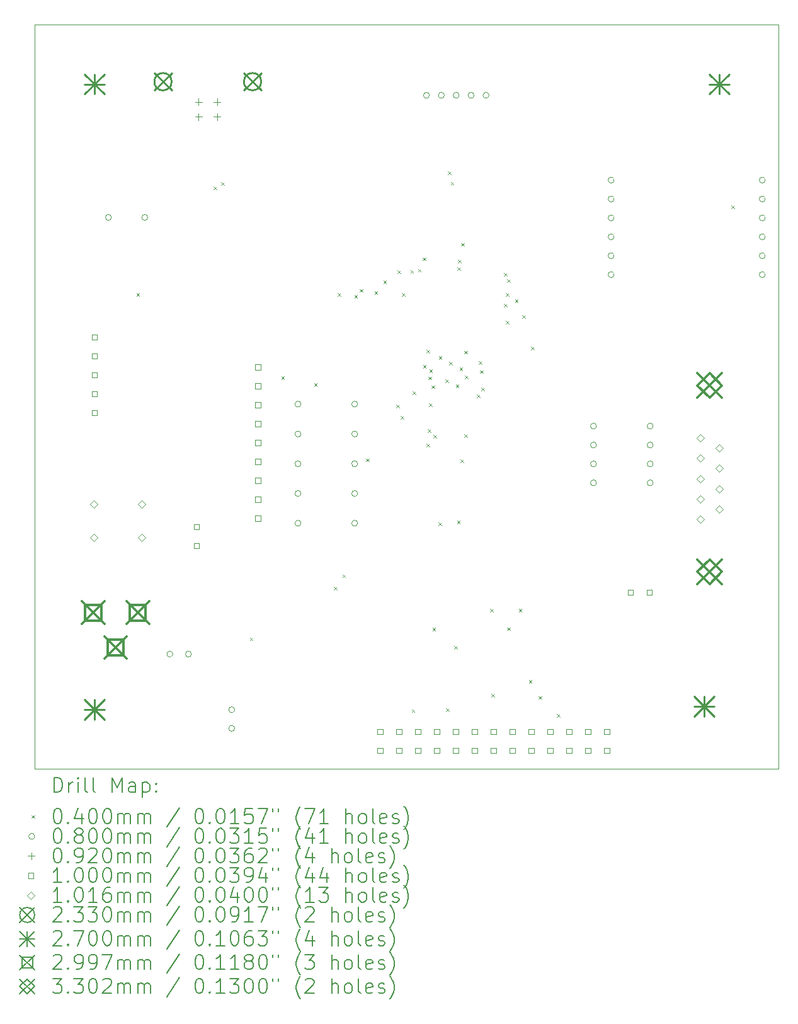
<source format=gbr>
%TF.GenerationSoftware,KiCad,Pcbnew,8.0.6*%
%TF.CreationDate,2025-01-16T17:24:40-05:00*%
%TF.ProjectId,RL78_F14_48p_Rev2,524c3738-5f46-4313-945f-3438705f5265,rev?*%
%TF.SameCoordinates,Original*%
%TF.FileFunction,Drillmap*%
%TF.FilePolarity,Positive*%
%FSLAX45Y45*%
G04 Gerber Fmt 4.5, Leading zero omitted, Abs format (unit mm)*
G04 Created by KiCad (PCBNEW 8.0.6) date 2025-01-16 17:24:40*
%MOMM*%
%LPD*%
G01*
G04 APERTURE LIST*
%ADD10C,0.050000*%
%ADD11C,0.200000*%
%ADD12C,0.100000*%
%ADD13C,0.101600*%
%ADD14C,0.233000*%
%ADD15C,0.270000*%
%ADD16C,0.299720*%
%ADD17C,0.330200*%
G04 APERTURE END LIST*
D10*
X7000000Y-6500000D02*
X7000000Y-16500000D01*
X17000000Y-6500000D02*
X17000000Y-16500000D01*
X7000000Y-6500000D02*
X17000000Y-6500000D01*
X17000000Y-16500000D02*
X7000000Y-16500000D01*
D11*
D12*
X8366610Y-10105010D02*
X8406610Y-10145010D01*
X8406610Y-10105010D02*
X8366610Y-10145010D01*
X9400500Y-8678910D02*
X9440500Y-8718910D01*
X9440500Y-8678910D02*
X9400500Y-8718910D01*
X9507470Y-8614490D02*
X9547470Y-8654490D01*
X9547470Y-8614490D02*
X9507470Y-8654490D01*
X9890000Y-14735000D02*
X9930000Y-14775000D01*
X9930000Y-14735000D02*
X9890000Y-14775000D01*
X10313860Y-11223860D02*
X10353860Y-11263860D01*
X10353860Y-11223860D02*
X10313860Y-11263860D01*
X10755000Y-11320000D02*
X10795000Y-11360000D01*
X10795000Y-11320000D02*
X10755000Y-11360000D01*
X11018100Y-14053830D02*
X11058100Y-14093830D01*
X11058100Y-14053830D02*
X11018100Y-14093830D01*
X11070000Y-10105000D02*
X11110000Y-10145000D01*
X11110000Y-10105000D02*
X11070000Y-10145000D01*
X11135720Y-13887270D02*
X11175720Y-13927270D01*
X11175720Y-13887270D02*
X11135720Y-13927270D01*
X11294730Y-10130960D02*
X11334730Y-10170960D01*
X11334730Y-10130960D02*
X11294730Y-10170960D01*
X11368110Y-10053430D02*
X11408110Y-10093430D01*
X11408110Y-10053430D02*
X11368110Y-10093430D01*
X11452450Y-12330470D02*
X11492450Y-12370470D01*
X11492450Y-12330470D02*
X11452450Y-12370470D01*
X11565880Y-10082330D02*
X11605880Y-10122330D01*
X11605880Y-10082330D02*
X11565880Y-10122330D01*
X11685650Y-9937260D02*
X11725650Y-9977260D01*
X11725650Y-9937260D02*
X11685650Y-9977260D01*
X11860760Y-11606880D02*
X11900760Y-11646880D01*
X11900760Y-11606880D02*
X11860760Y-11646880D01*
X11873490Y-9804490D02*
X11913490Y-9844490D01*
X11913490Y-9804490D02*
X11873490Y-9844490D01*
X11918070Y-11756460D02*
X11958070Y-11796460D01*
X11958070Y-11756460D02*
X11918070Y-11796460D01*
X11933270Y-10108000D02*
X11973270Y-10148000D01*
X11973270Y-10108000D02*
X11933270Y-10148000D01*
X12049820Y-9798050D02*
X12089820Y-9838050D01*
X12089820Y-9798050D02*
X12049820Y-9838050D01*
X12067320Y-15700000D02*
X12107320Y-15740000D01*
X12107320Y-15700000D02*
X12067320Y-15740000D01*
X12080120Y-11431490D02*
X12120120Y-11471490D01*
X12120120Y-11431490D02*
X12080120Y-11471490D01*
X12150000Y-9781060D02*
X12190000Y-9821060D01*
X12190000Y-9781060D02*
X12150000Y-9821060D01*
X12213810Y-9629860D02*
X12253810Y-9669860D01*
X12253810Y-9629860D02*
X12213810Y-9669860D01*
X12219575Y-11073294D02*
X12259575Y-11113294D01*
X12259575Y-11073294D02*
X12219575Y-11113294D01*
X12266356Y-10868825D02*
X12306356Y-10908825D01*
X12306356Y-10868825D02*
X12266356Y-10908825D01*
X12267235Y-12128175D02*
X12307235Y-12168175D01*
X12307235Y-12128175D02*
X12267235Y-12168175D01*
X12280410Y-11935280D02*
X12320410Y-11975280D01*
X12320410Y-11935280D02*
X12280410Y-11975280D01*
X12291000Y-11228750D02*
X12331000Y-11268750D01*
X12331000Y-11228750D02*
X12291000Y-11268750D01*
X12296700Y-11591130D02*
X12336700Y-11631130D01*
X12336700Y-11591130D02*
X12296700Y-11631130D01*
X12302355Y-11129397D02*
X12342355Y-11169397D01*
X12342355Y-11129397D02*
X12302355Y-11169397D01*
X12334480Y-11348120D02*
X12374480Y-11388120D01*
X12374480Y-11348120D02*
X12334480Y-11388120D01*
X12345000Y-14605000D02*
X12385000Y-14645000D01*
X12385000Y-14605000D02*
X12345000Y-14645000D01*
X12356620Y-12012500D02*
X12396620Y-12052500D01*
X12396620Y-12012500D02*
X12356620Y-12052500D01*
X12425880Y-13190650D02*
X12465880Y-13230650D01*
X12465880Y-13190650D02*
X12425880Y-13230650D01*
X12430000Y-10955000D02*
X12470000Y-10995000D01*
X12470000Y-10955000D02*
X12430000Y-10995000D01*
X12519950Y-11266310D02*
X12559950Y-11306310D01*
X12559950Y-11266310D02*
X12519950Y-11306310D01*
X12530000Y-15690000D02*
X12570000Y-15730000D01*
X12570000Y-15690000D02*
X12530000Y-15730000D01*
X12554260Y-8475090D02*
X12594260Y-8515090D01*
X12594260Y-8475090D02*
X12554260Y-8515090D01*
X12568799Y-11027500D02*
X12608799Y-11067500D01*
X12608799Y-11027500D02*
X12568799Y-11067500D01*
X12590820Y-8614180D02*
X12630820Y-8654180D01*
X12630820Y-8614180D02*
X12590820Y-8654180D01*
X12640000Y-14850000D02*
X12680000Y-14890000D01*
X12680000Y-14850000D02*
X12640000Y-14890000D01*
X12659250Y-11335670D02*
X12699250Y-11375670D01*
X12699250Y-11335670D02*
X12659250Y-11375670D01*
X12674920Y-13161840D02*
X12714920Y-13201840D01*
X12714920Y-13161840D02*
X12674920Y-13201840D01*
X12681308Y-9761105D02*
X12721308Y-9801105D01*
X12721308Y-9761105D02*
X12681308Y-9801105D01*
X12687500Y-9661297D02*
X12727500Y-9701297D01*
X12727500Y-9661297D02*
X12687500Y-9701297D01*
X12709969Y-11105031D02*
X12749969Y-11145031D01*
X12749969Y-11105031D02*
X12709969Y-11145031D01*
X12723130Y-12340560D02*
X12763130Y-12380560D01*
X12763130Y-12340560D02*
X12723130Y-12380560D01*
X12732500Y-9435000D02*
X12772500Y-9475000D01*
X12772500Y-9435000D02*
X12732500Y-9475000D01*
X12770130Y-12005000D02*
X12810130Y-12045000D01*
X12810130Y-12005000D02*
X12770130Y-12045000D01*
X12770277Y-10882500D02*
X12810277Y-10922500D01*
X12810277Y-10882500D02*
X12770277Y-10922500D01*
X12780000Y-11215000D02*
X12820000Y-11255000D01*
X12820000Y-11215000D02*
X12780000Y-11255000D01*
X12942500Y-11472500D02*
X12982500Y-11512500D01*
X12982500Y-11472500D02*
X12942500Y-11512500D01*
X12966265Y-11023735D02*
X13006265Y-11063735D01*
X13006265Y-11023735D02*
X12966265Y-11063735D01*
X12985000Y-11145000D02*
X13025000Y-11185000D01*
X13025000Y-11145000D02*
X12985000Y-11185000D01*
X13000000Y-11380000D02*
X13040000Y-11420000D01*
X13040000Y-11380000D02*
X13000000Y-11420000D01*
X13120000Y-14350000D02*
X13160000Y-14390000D01*
X13160000Y-14350000D02*
X13120000Y-14390000D01*
X13140000Y-15490000D02*
X13180000Y-15530000D01*
X13180000Y-15490000D02*
X13140000Y-15530000D01*
X13305000Y-9835000D02*
X13345000Y-9875000D01*
X13345000Y-9835000D02*
X13305000Y-9875000D01*
X13307640Y-10252640D02*
X13347640Y-10292640D01*
X13347640Y-10252640D02*
X13307640Y-10292640D01*
X13330000Y-10480870D02*
X13370000Y-10520870D01*
X13370000Y-10480870D02*
X13330000Y-10520870D01*
X13335000Y-10110000D02*
X13375000Y-10150000D01*
X13375000Y-10110000D02*
X13335000Y-10150000D01*
X13350000Y-14600000D02*
X13390000Y-14640000D01*
X13390000Y-14600000D02*
X13350000Y-14640000D01*
X13351789Y-9923379D02*
X13391789Y-9963379D01*
X13391789Y-9923379D02*
X13351789Y-9963379D01*
X13454415Y-10190585D02*
X13494415Y-10230585D01*
X13494415Y-10190585D02*
X13454415Y-10230585D01*
X13505000Y-14350000D02*
X13545000Y-14390000D01*
X13545000Y-14350000D02*
X13505000Y-14390000D01*
X13555000Y-10405000D02*
X13595000Y-10445000D01*
X13595000Y-10405000D02*
X13555000Y-10445000D01*
X13640000Y-15305000D02*
X13680000Y-15345000D01*
X13680000Y-15305000D02*
X13640000Y-15345000D01*
X13670000Y-10825000D02*
X13710000Y-10865000D01*
X13710000Y-10825000D02*
X13670000Y-10865000D01*
X13772500Y-15522500D02*
X13812500Y-15562500D01*
X13812500Y-15522500D02*
X13772500Y-15562500D01*
X14015000Y-15765000D02*
X14055000Y-15805000D01*
X14055000Y-15765000D02*
X14015000Y-15805000D01*
X16365740Y-8930380D02*
X16405740Y-8970380D01*
X16405740Y-8930380D02*
X16365740Y-8970380D01*
X8029500Y-9090000D02*
G75*
G02*
X7949500Y-9090000I-40000J0D01*
G01*
X7949500Y-9090000D02*
G75*
G02*
X8029500Y-9090000I40000J0D01*
G01*
X8517500Y-9090000D02*
G75*
G02*
X8437500Y-9090000I-40000J0D01*
G01*
X8437500Y-9090000D02*
G75*
G02*
X8517500Y-9090000I40000J0D01*
G01*
X8855000Y-14957500D02*
G75*
G02*
X8775000Y-14957500I-40000J0D01*
G01*
X8775000Y-14957500D02*
G75*
G02*
X8855000Y-14957500I40000J0D01*
G01*
X9105000Y-14957500D02*
G75*
G02*
X9025000Y-14957500I-40000J0D01*
G01*
X9025000Y-14957500D02*
G75*
G02*
X9105000Y-14957500I40000J0D01*
G01*
X9686500Y-15705000D02*
G75*
G02*
X9606500Y-15705000I-40000J0D01*
G01*
X9606500Y-15705000D02*
G75*
G02*
X9686500Y-15705000I40000J0D01*
G01*
X9686500Y-15955000D02*
G75*
G02*
X9606500Y-15955000I-40000J0D01*
G01*
X9606500Y-15955000D02*
G75*
G02*
X9686500Y-15955000I40000J0D01*
G01*
X10578000Y-11600000D02*
G75*
G02*
X10498000Y-11600000I-40000J0D01*
G01*
X10498000Y-11600000D02*
G75*
G02*
X10578000Y-11600000I40000J0D01*
G01*
X10578000Y-12000000D02*
G75*
G02*
X10498000Y-12000000I-40000J0D01*
G01*
X10498000Y-12000000D02*
G75*
G02*
X10578000Y-12000000I40000J0D01*
G01*
X10578000Y-12400000D02*
G75*
G02*
X10498000Y-12400000I-40000J0D01*
G01*
X10498000Y-12400000D02*
G75*
G02*
X10578000Y-12400000I40000J0D01*
G01*
X10578000Y-12800000D02*
G75*
G02*
X10498000Y-12800000I-40000J0D01*
G01*
X10498000Y-12800000D02*
G75*
G02*
X10578000Y-12800000I40000J0D01*
G01*
X10578000Y-13200000D02*
G75*
G02*
X10498000Y-13200000I-40000J0D01*
G01*
X10498000Y-13200000D02*
G75*
G02*
X10578000Y-13200000I40000J0D01*
G01*
X11340000Y-11600000D02*
G75*
G02*
X11260000Y-11600000I-40000J0D01*
G01*
X11260000Y-11600000D02*
G75*
G02*
X11340000Y-11600000I40000J0D01*
G01*
X11340000Y-12000000D02*
G75*
G02*
X11260000Y-12000000I-40000J0D01*
G01*
X11260000Y-12000000D02*
G75*
G02*
X11340000Y-12000000I40000J0D01*
G01*
X11340000Y-12400000D02*
G75*
G02*
X11260000Y-12400000I-40000J0D01*
G01*
X11260000Y-12400000D02*
G75*
G02*
X11340000Y-12400000I40000J0D01*
G01*
X11340000Y-12800000D02*
G75*
G02*
X11260000Y-12800000I-40000J0D01*
G01*
X11260000Y-12800000D02*
G75*
G02*
X11340000Y-12800000I40000J0D01*
G01*
X11340000Y-13200000D02*
G75*
G02*
X11260000Y-13200000I-40000J0D01*
G01*
X11260000Y-13200000D02*
G75*
G02*
X11340000Y-13200000I40000J0D01*
G01*
X12305000Y-7450000D02*
G75*
G02*
X12225000Y-7450000I-40000J0D01*
G01*
X12225000Y-7450000D02*
G75*
G02*
X12305000Y-7450000I40000J0D01*
G01*
X12505000Y-7450000D02*
G75*
G02*
X12425000Y-7450000I-40000J0D01*
G01*
X12425000Y-7450000D02*
G75*
G02*
X12505000Y-7450000I40000J0D01*
G01*
X12705000Y-7450000D02*
G75*
G02*
X12625000Y-7450000I-40000J0D01*
G01*
X12625000Y-7450000D02*
G75*
G02*
X12705000Y-7450000I40000J0D01*
G01*
X12905000Y-7450000D02*
G75*
G02*
X12825000Y-7450000I-40000J0D01*
G01*
X12825000Y-7450000D02*
G75*
G02*
X12905000Y-7450000I40000J0D01*
G01*
X13105000Y-7450000D02*
G75*
G02*
X13025000Y-7450000I-40000J0D01*
G01*
X13025000Y-7450000D02*
G75*
G02*
X13105000Y-7450000I40000J0D01*
G01*
X14550000Y-11895000D02*
G75*
G02*
X14470000Y-11895000I-40000J0D01*
G01*
X14470000Y-11895000D02*
G75*
G02*
X14550000Y-11895000I40000J0D01*
G01*
X14550000Y-12149000D02*
G75*
G02*
X14470000Y-12149000I-40000J0D01*
G01*
X14470000Y-12149000D02*
G75*
G02*
X14550000Y-12149000I40000J0D01*
G01*
X14550000Y-12403000D02*
G75*
G02*
X14470000Y-12403000I-40000J0D01*
G01*
X14470000Y-12403000D02*
G75*
G02*
X14550000Y-12403000I40000J0D01*
G01*
X14550000Y-12657000D02*
G75*
G02*
X14470000Y-12657000I-40000J0D01*
G01*
X14470000Y-12657000D02*
G75*
G02*
X14550000Y-12657000I40000J0D01*
G01*
X14787000Y-8590000D02*
G75*
G02*
X14707000Y-8590000I-40000J0D01*
G01*
X14707000Y-8590000D02*
G75*
G02*
X14787000Y-8590000I40000J0D01*
G01*
X14787000Y-8844000D02*
G75*
G02*
X14707000Y-8844000I-40000J0D01*
G01*
X14707000Y-8844000D02*
G75*
G02*
X14787000Y-8844000I40000J0D01*
G01*
X14787000Y-9098000D02*
G75*
G02*
X14707000Y-9098000I-40000J0D01*
G01*
X14707000Y-9098000D02*
G75*
G02*
X14787000Y-9098000I40000J0D01*
G01*
X14787000Y-9352000D02*
G75*
G02*
X14707000Y-9352000I-40000J0D01*
G01*
X14707000Y-9352000D02*
G75*
G02*
X14787000Y-9352000I40000J0D01*
G01*
X14787000Y-9606000D02*
G75*
G02*
X14707000Y-9606000I-40000J0D01*
G01*
X14707000Y-9606000D02*
G75*
G02*
X14787000Y-9606000I40000J0D01*
G01*
X14787000Y-9860000D02*
G75*
G02*
X14707000Y-9860000I-40000J0D01*
G01*
X14707000Y-9860000D02*
G75*
G02*
X14787000Y-9860000I40000J0D01*
G01*
X15312000Y-11895000D02*
G75*
G02*
X15232000Y-11895000I-40000J0D01*
G01*
X15232000Y-11895000D02*
G75*
G02*
X15312000Y-11895000I40000J0D01*
G01*
X15312000Y-12149000D02*
G75*
G02*
X15232000Y-12149000I-40000J0D01*
G01*
X15232000Y-12149000D02*
G75*
G02*
X15312000Y-12149000I40000J0D01*
G01*
X15312000Y-12403000D02*
G75*
G02*
X15232000Y-12403000I-40000J0D01*
G01*
X15232000Y-12403000D02*
G75*
G02*
X15312000Y-12403000I40000J0D01*
G01*
X15312000Y-12657000D02*
G75*
G02*
X15232000Y-12657000I-40000J0D01*
G01*
X15232000Y-12657000D02*
G75*
G02*
X15312000Y-12657000I40000J0D01*
G01*
X16819000Y-8590000D02*
G75*
G02*
X16739000Y-8590000I-40000J0D01*
G01*
X16739000Y-8590000D02*
G75*
G02*
X16819000Y-8590000I40000J0D01*
G01*
X16819000Y-8844000D02*
G75*
G02*
X16739000Y-8844000I-40000J0D01*
G01*
X16739000Y-8844000D02*
G75*
G02*
X16819000Y-8844000I40000J0D01*
G01*
X16819000Y-9098000D02*
G75*
G02*
X16739000Y-9098000I-40000J0D01*
G01*
X16739000Y-9098000D02*
G75*
G02*
X16819000Y-9098000I40000J0D01*
G01*
X16819000Y-9352000D02*
G75*
G02*
X16739000Y-9352000I-40000J0D01*
G01*
X16739000Y-9352000D02*
G75*
G02*
X16819000Y-9352000I40000J0D01*
G01*
X16819000Y-9606000D02*
G75*
G02*
X16739000Y-9606000I-40000J0D01*
G01*
X16739000Y-9606000D02*
G75*
G02*
X16819000Y-9606000I40000J0D01*
G01*
X16819000Y-9860000D02*
G75*
G02*
X16739000Y-9860000I-40000J0D01*
G01*
X16739000Y-9860000D02*
G75*
G02*
X16819000Y-9860000I40000J0D01*
G01*
X9200000Y-7492000D02*
X9200000Y-7584000D01*
X9154000Y-7538000D02*
X9246000Y-7538000D01*
X9200000Y-7692000D02*
X9200000Y-7784000D01*
X9154000Y-7738000D02*
X9246000Y-7738000D01*
X9450000Y-7492000D02*
X9450000Y-7584000D01*
X9404000Y-7538000D02*
X9496000Y-7538000D01*
X9450000Y-7692000D02*
X9450000Y-7784000D01*
X9404000Y-7738000D02*
X9496000Y-7738000D01*
X7835356Y-10735356D02*
X7835356Y-10664644D01*
X7764644Y-10664644D01*
X7764644Y-10735356D01*
X7835356Y-10735356D01*
X7835356Y-10989356D02*
X7835356Y-10918644D01*
X7764644Y-10918644D01*
X7764644Y-10989356D01*
X7835356Y-10989356D01*
X7835356Y-11243356D02*
X7835356Y-11172644D01*
X7764644Y-11172644D01*
X7764644Y-11243356D01*
X7835356Y-11243356D01*
X7835356Y-11497356D02*
X7835356Y-11426644D01*
X7764644Y-11426644D01*
X7764644Y-11497356D01*
X7835356Y-11497356D01*
X7835356Y-11751356D02*
X7835356Y-11680644D01*
X7764644Y-11680644D01*
X7764644Y-11751356D01*
X7835356Y-11751356D01*
X9210356Y-13280356D02*
X9210356Y-13209644D01*
X9139644Y-13209644D01*
X9139644Y-13280356D01*
X9210356Y-13280356D01*
X9210356Y-13534356D02*
X9210356Y-13463644D01*
X9139644Y-13463644D01*
X9139644Y-13534356D01*
X9210356Y-13534356D01*
X10035356Y-11135356D02*
X10035356Y-11064644D01*
X9964644Y-11064644D01*
X9964644Y-11135356D01*
X10035356Y-11135356D01*
X10035356Y-11389356D02*
X10035356Y-11318644D01*
X9964644Y-11318644D01*
X9964644Y-11389356D01*
X10035356Y-11389356D01*
X10035356Y-11643356D02*
X10035356Y-11572644D01*
X9964644Y-11572644D01*
X9964644Y-11643356D01*
X10035356Y-11643356D01*
X10035356Y-11897356D02*
X10035356Y-11826644D01*
X9964644Y-11826644D01*
X9964644Y-11897356D01*
X10035356Y-11897356D01*
X10035356Y-12151356D02*
X10035356Y-12080644D01*
X9964644Y-12080644D01*
X9964644Y-12151356D01*
X10035356Y-12151356D01*
X10035356Y-12405356D02*
X10035356Y-12334644D01*
X9964644Y-12334644D01*
X9964644Y-12405356D01*
X10035356Y-12405356D01*
X10035356Y-12659356D02*
X10035356Y-12588644D01*
X9964644Y-12588644D01*
X9964644Y-12659356D01*
X10035356Y-12659356D01*
X10035356Y-12913356D02*
X10035356Y-12842644D01*
X9964644Y-12842644D01*
X9964644Y-12913356D01*
X10035356Y-12913356D01*
X10035356Y-13167356D02*
X10035356Y-13096644D01*
X9964644Y-13096644D01*
X9964644Y-13167356D01*
X10035356Y-13167356D01*
X11678356Y-16035356D02*
X11678356Y-15964644D01*
X11607644Y-15964644D01*
X11607644Y-16035356D01*
X11678356Y-16035356D01*
X11678356Y-16289356D02*
X11678356Y-16218644D01*
X11607644Y-16218644D01*
X11607644Y-16289356D01*
X11678356Y-16289356D01*
X11932356Y-16035356D02*
X11932356Y-15964644D01*
X11861644Y-15964644D01*
X11861644Y-16035356D01*
X11932356Y-16035356D01*
X11932356Y-16289356D02*
X11932356Y-16218644D01*
X11861644Y-16218644D01*
X11861644Y-16289356D01*
X11932356Y-16289356D01*
X12186356Y-16035356D02*
X12186356Y-15964644D01*
X12115644Y-15964644D01*
X12115644Y-16035356D01*
X12186356Y-16035356D01*
X12186356Y-16289356D02*
X12186356Y-16218644D01*
X12115644Y-16218644D01*
X12115644Y-16289356D01*
X12186356Y-16289356D01*
X12440356Y-16035356D02*
X12440356Y-15964644D01*
X12369644Y-15964644D01*
X12369644Y-16035356D01*
X12440356Y-16035356D01*
X12440356Y-16289356D02*
X12440356Y-16218644D01*
X12369644Y-16218644D01*
X12369644Y-16289356D01*
X12440356Y-16289356D01*
X12694356Y-16035356D02*
X12694356Y-15964644D01*
X12623644Y-15964644D01*
X12623644Y-16035356D01*
X12694356Y-16035356D01*
X12694356Y-16289356D02*
X12694356Y-16218644D01*
X12623644Y-16218644D01*
X12623644Y-16289356D01*
X12694356Y-16289356D01*
X12948356Y-16035356D02*
X12948356Y-15964644D01*
X12877644Y-15964644D01*
X12877644Y-16035356D01*
X12948356Y-16035356D01*
X12948356Y-16289356D02*
X12948356Y-16218644D01*
X12877644Y-16218644D01*
X12877644Y-16289356D01*
X12948356Y-16289356D01*
X13202356Y-16035356D02*
X13202356Y-15964644D01*
X13131644Y-15964644D01*
X13131644Y-16035356D01*
X13202356Y-16035356D01*
X13202356Y-16289356D02*
X13202356Y-16218644D01*
X13131644Y-16218644D01*
X13131644Y-16289356D01*
X13202356Y-16289356D01*
X13456356Y-16035356D02*
X13456356Y-15964644D01*
X13385644Y-15964644D01*
X13385644Y-16035356D01*
X13456356Y-16035356D01*
X13456356Y-16289356D02*
X13456356Y-16218644D01*
X13385644Y-16218644D01*
X13385644Y-16289356D01*
X13456356Y-16289356D01*
X13710356Y-16035356D02*
X13710356Y-15964644D01*
X13639644Y-15964644D01*
X13639644Y-16035356D01*
X13710356Y-16035356D01*
X13710356Y-16289356D02*
X13710356Y-16218644D01*
X13639644Y-16218644D01*
X13639644Y-16289356D01*
X13710356Y-16289356D01*
X13964356Y-16035356D02*
X13964356Y-15964644D01*
X13893644Y-15964644D01*
X13893644Y-16035356D01*
X13964356Y-16035356D01*
X13964356Y-16289356D02*
X13964356Y-16218644D01*
X13893644Y-16218644D01*
X13893644Y-16289356D01*
X13964356Y-16289356D01*
X14218356Y-16035356D02*
X14218356Y-15964644D01*
X14147644Y-15964644D01*
X14147644Y-16035356D01*
X14218356Y-16035356D01*
X14218356Y-16289356D02*
X14218356Y-16218644D01*
X14147644Y-16218644D01*
X14147644Y-16289356D01*
X14218356Y-16289356D01*
X14472356Y-16035356D02*
X14472356Y-15964644D01*
X14401644Y-15964644D01*
X14401644Y-16035356D01*
X14472356Y-16035356D01*
X14472356Y-16289356D02*
X14472356Y-16218644D01*
X14401644Y-16218644D01*
X14401644Y-16289356D01*
X14472356Y-16289356D01*
X14726356Y-16035356D02*
X14726356Y-15964644D01*
X14655644Y-15964644D01*
X14655644Y-16035356D01*
X14726356Y-16035356D01*
X14726356Y-16289356D02*
X14726356Y-16218644D01*
X14655644Y-16218644D01*
X14655644Y-16289356D01*
X14726356Y-16289356D01*
X15042856Y-14165356D02*
X15042856Y-14094644D01*
X14972144Y-14094644D01*
X14972144Y-14165356D01*
X15042856Y-14165356D01*
X15296856Y-14165356D02*
X15296856Y-14094644D01*
X15226144Y-14094644D01*
X15226144Y-14165356D01*
X15296856Y-14165356D01*
D13*
X7789880Y-12989740D02*
X7840680Y-12938940D01*
X7789880Y-12888140D01*
X7739080Y-12938940D01*
X7789880Y-12989740D01*
X7789880Y-13441860D02*
X7840680Y-13391060D01*
X7789880Y-13340260D01*
X7739080Y-13391060D01*
X7789880Y-13441860D01*
X8440120Y-12989740D02*
X8490920Y-12938940D01*
X8440120Y-12888140D01*
X8389320Y-12938940D01*
X8440120Y-12989740D01*
X8440120Y-13441860D02*
X8490920Y-13391060D01*
X8440120Y-13340260D01*
X8389320Y-13391060D01*
X8440120Y-13441860D01*
X15943000Y-12102160D02*
X15993800Y-12051360D01*
X15943000Y-12000560D01*
X15892200Y-12051360D01*
X15943000Y-12102160D01*
X15943000Y-12376480D02*
X15993800Y-12325680D01*
X15943000Y-12274880D01*
X15892200Y-12325680D01*
X15943000Y-12376480D01*
X15943000Y-12650800D02*
X15993800Y-12600000D01*
X15943000Y-12549200D01*
X15892200Y-12600000D01*
X15943000Y-12650800D01*
X15943000Y-12925120D02*
X15993800Y-12874320D01*
X15943000Y-12823520D01*
X15892200Y-12874320D01*
X15943000Y-12925120D01*
X15943000Y-13199440D02*
X15993800Y-13148640D01*
X15943000Y-13097840D01*
X15892200Y-13148640D01*
X15943000Y-13199440D01*
X16197000Y-12239320D02*
X16247800Y-12188520D01*
X16197000Y-12137720D01*
X16146200Y-12188520D01*
X16197000Y-12239320D01*
X16197000Y-12513640D02*
X16247800Y-12462840D01*
X16197000Y-12412040D01*
X16146200Y-12462840D01*
X16197000Y-12513640D01*
X16197000Y-12787960D02*
X16247800Y-12737160D01*
X16197000Y-12686360D01*
X16146200Y-12737160D01*
X16197000Y-12787960D01*
X16197000Y-13062280D02*
X16247800Y-13011480D01*
X16197000Y-12960680D01*
X16146200Y-13011480D01*
X16197000Y-13062280D01*
D14*
X8606500Y-7150500D02*
X8839500Y-7383500D01*
X8839500Y-7150500D02*
X8606500Y-7383500D01*
X8839500Y-7267000D02*
G75*
G02*
X8606500Y-7267000I-116500J0D01*
G01*
X8606500Y-7267000D02*
G75*
G02*
X8839500Y-7267000I116500J0D01*
G01*
X9810500Y-7150500D02*
X10043500Y-7383500D01*
X10043500Y-7150500D02*
X9810500Y-7383500D01*
X10043500Y-7267000D02*
G75*
G02*
X9810500Y-7267000I-116500J0D01*
G01*
X9810500Y-7267000D02*
G75*
G02*
X10043500Y-7267000I116500J0D01*
G01*
D15*
X7665000Y-7165000D02*
X7935000Y-7435000D01*
X7935000Y-7165000D02*
X7665000Y-7435000D01*
X7800000Y-7165000D02*
X7800000Y-7435000D01*
X7665000Y-7300000D02*
X7935000Y-7300000D01*
X7665000Y-15565000D02*
X7935000Y-15835000D01*
X7935000Y-15565000D02*
X7665000Y-15835000D01*
X7800000Y-15565000D02*
X7800000Y-15835000D01*
X7665000Y-15700000D02*
X7935000Y-15700000D01*
X15864700Y-15529300D02*
X16134700Y-15799300D01*
X16134700Y-15529300D02*
X15864700Y-15799300D01*
X15999700Y-15529300D02*
X15999700Y-15799300D01*
X15864700Y-15664300D02*
X16134700Y-15664300D01*
X16065000Y-7165000D02*
X16335000Y-7435000D01*
X16335000Y-7165000D02*
X16065000Y-7435000D01*
X16200000Y-7165000D02*
X16200000Y-7435000D01*
X16065000Y-7300000D02*
X16335000Y-7300000D01*
D16*
X7635140Y-14250140D02*
X7934860Y-14549860D01*
X7934860Y-14250140D02*
X7635140Y-14549860D01*
X7890968Y-14505968D02*
X7890968Y-14294032D01*
X7679032Y-14294032D01*
X7679032Y-14505968D01*
X7890968Y-14505968D01*
X7935140Y-14720140D02*
X8234860Y-15019860D01*
X8234860Y-14720140D02*
X7935140Y-15019860D01*
X8190968Y-14975968D02*
X8190968Y-14764032D01*
X7979032Y-14764032D01*
X7979032Y-14975968D01*
X8190968Y-14975968D01*
X8235140Y-14250140D02*
X8534860Y-14549860D01*
X8534860Y-14250140D02*
X8235140Y-14549860D01*
X8490968Y-14505968D02*
X8490968Y-14294032D01*
X8279032Y-14294032D01*
X8279032Y-14505968D01*
X8490968Y-14505968D01*
D17*
X15904900Y-11182680D02*
X16235100Y-11512880D01*
X16235100Y-11182680D02*
X15904900Y-11512880D01*
X16070000Y-11512880D02*
X16235100Y-11347780D01*
X16070000Y-11182680D01*
X15904900Y-11347780D01*
X16070000Y-11512880D01*
X15904900Y-13687120D02*
X16235100Y-14017320D01*
X16235100Y-13687120D02*
X15904900Y-14017320D01*
X16070000Y-14017320D02*
X16235100Y-13852220D01*
X16070000Y-13687120D01*
X15904900Y-13852220D01*
X16070000Y-14017320D01*
D11*
X7258277Y-16813984D02*
X7258277Y-16613984D01*
X7258277Y-16613984D02*
X7305896Y-16613984D01*
X7305896Y-16613984D02*
X7334467Y-16623508D01*
X7334467Y-16623508D02*
X7353515Y-16642555D01*
X7353515Y-16642555D02*
X7363039Y-16661603D01*
X7363039Y-16661603D02*
X7372562Y-16699698D01*
X7372562Y-16699698D02*
X7372562Y-16728269D01*
X7372562Y-16728269D02*
X7363039Y-16766365D01*
X7363039Y-16766365D02*
X7353515Y-16785412D01*
X7353515Y-16785412D02*
X7334467Y-16804460D01*
X7334467Y-16804460D02*
X7305896Y-16813984D01*
X7305896Y-16813984D02*
X7258277Y-16813984D01*
X7458277Y-16813984D02*
X7458277Y-16680650D01*
X7458277Y-16718746D02*
X7467801Y-16699698D01*
X7467801Y-16699698D02*
X7477324Y-16690174D01*
X7477324Y-16690174D02*
X7496372Y-16680650D01*
X7496372Y-16680650D02*
X7515420Y-16680650D01*
X7582086Y-16813984D02*
X7582086Y-16680650D01*
X7582086Y-16613984D02*
X7572562Y-16623508D01*
X7572562Y-16623508D02*
X7582086Y-16633031D01*
X7582086Y-16633031D02*
X7591610Y-16623508D01*
X7591610Y-16623508D02*
X7582086Y-16613984D01*
X7582086Y-16613984D02*
X7582086Y-16633031D01*
X7705896Y-16813984D02*
X7686848Y-16804460D01*
X7686848Y-16804460D02*
X7677324Y-16785412D01*
X7677324Y-16785412D02*
X7677324Y-16613984D01*
X7810658Y-16813984D02*
X7791610Y-16804460D01*
X7791610Y-16804460D02*
X7782086Y-16785412D01*
X7782086Y-16785412D02*
X7782086Y-16613984D01*
X8039229Y-16813984D02*
X8039229Y-16613984D01*
X8039229Y-16613984D02*
X8105896Y-16756841D01*
X8105896Y-16756841D02*
X8172562Y-16613984D01*
X8172562Y-16613984D02*
X8172562Y-16813984D01*
X8353515Y-16813984D02*
X8353515Y-16709222D01*
X8353515Y-16709222D02*
X8343991Y-16690174D01*
X8343991Y-16690174D02*
X8324943Y-16680650D01*
X8324943Y-16680650D02*
X8286848Y-16680650D01*
X8286848Y-16680650D02*
X8267801Y-16690174D01*
X8353515Y-16804460D02*
X8334467Y-16813984D01*
X8334467Y-16813984D02*
X8286848Y-16813984D01*
X8286848Y-16813984D02*
X8267801Y-16804460D01*
X8267801Y-16804460D02*
X8258277Y-16785412D01*
X8258277Y-16785412D02*
X8258277Y-16766365D01*
X8258277Y-16766365D02*
X8267801Y-16747317D01*
X8267801Y-16747317D02*
X8286848Y-16737793D01*
X8286848Y-16737793D02*
X8334467Y-16737793D01*
X8334467Y-16737793D02*
X8353515Y-16728269D01*
X8448753Y-16680650D02*
X8448753Y-16880650D01*
X8448753Y-16690174D02*
X8467801Y-16680650D01*
X8467801Y-16680650D02*
X8505896Y-16680650D01*
X8505896Y-16680650D02*
X8524944Y-16690174D01*
X8524944Y-16690174D02*
X8534467Y-16699698D01*
X8534467Y-16699698D02*
X8543991Y-16718746D01*
X8543991Y-16718746D02*
X8543991Y-16775888D01*
X8543991Y-16775888D02*
X8534467Y-16794936D01*
X8534467Y-16794936D02*
X8524944Y-16804460D01*
X8524944Y-16804460D02*
X8505896Y-16813984D01*
X8505896Y-16813984D02*
X8467801Y-16813984D01*
X8467801Y-16813984D02*
X8448753Y-16804460D01*
X8629705Y-16794936D02*
X8639229Y-16804460D01*
X8639229Y-16804460D02*
X8629705Y-16813984D01*
X8629705Y-16813984D02*
X8620182Y-16804460D01*
X8620182Y-16804460D02*
X8629705Y-16794936D01*
X8629705Y-16794936D02*
X8629705Y-16813984D01*
X8629705Y-16690174D02*
X8639229Y-16699698D01*
X8639229Y-16699698D02*
X8629705Y-16709222D01*
X8629705Y-16709222D02*
X8620182Y-16699698D01*
X8620182Y-16699698D02*
X8629705Y-16690174D01*
X8629705Y-16690174D02*
X8629705Y-16709222D01*
D12*
X6957500Y-17122500D02*
X6997500Y-17162500D01*
X6997500Y-17122500D02*
X6957500Y-17162500D01*
D11*
X7296372Y-17033984D02*
X7315420Y-17033984D01*
X7315420Y-17033984D02*
X7334467Y-17043508D01*
X7334467Y-17043508D02*
X7343991Y-17053031D01*
X7343991Y-17053031D02*
X7353515Y-17072079D01*
X7353515Y-17072079D02*
X7363039Y-17110174D01*
X7363039Y-17110174D02*
X7363039Y-17157793D01*
X7363039Y-17157793D02*
X7353515Y-17195889D01*
X7353515Y-17195889D02*
X7343991Y-17214936D01*
X7343991Y-17214936D02*
X7334467Y-17224460D01*
X7334467Y-17224460D02*
X7315420Y-17233984D01*
X7315420Y-17233984D02*
X7296372Y-17233984D01*
X7296372Y-17233984D02*
X7277324Y-17224460D01*
X7277324Y-17224460D02*
X7267801Y-17214936D01*
X7267801Y-17214936D02*
X7258277Y-17195889D01*
X7258277Y-17195889D02*
X7248753Y-17157793D01*
X7248753Y-17157793D02*
X7248753Y-17110174D01*
X7248753Y-17110174D02*
X7258277Y-17072079D01*
X7258277Y-17072079D02*
X7267801Y-17053031D01*
X7267801Y-17053031D02*
X7277324Y-17043508D01*
X7277324Y-17043508D02*
X7296372Y-17033984D01*
X7448753Y-17214936D02*
X7458277Y-17224460D01*
X7458277Y-17224460D02*
X7448753Y-17233984D01*
X7448753Y-17233984D02*
X7439229Y-17224460D01*
X7439229Y-17224460D02*
X7448753Y-17214936D01*
X7448753Y-17214936D02*
X7448753Y-17233984D01*
X7629705Y-17100650D02*
X7629705Y-17233984D01*
X7582086Y-17024460D02*
X7534467Y-17167317D01*
X7534467Y-17167317D02*
X7658277Y-17167317D01*
X7772562Y-17033984D02*
X7791610Y-17033984D01*
X7791610Y-17033984D02*
X7810658Y-17043508D01*
X7810658Y-17043508D02*
X7820182Y-17053031D01*
X7820182Y-17053031D02*
X7829705Y-17072079D01*
X7829705Y-17072079D02*
X7839229Y-17110174D01*
X7839229Y-17110174D02*
X7839229Y-17157793D01*
X7839229Y-17157793D02*
X7829705Y-17195889D01*
X7829705Y-17195889D02*
X7820182Y-17214936D01*
X7820182Y-17214936D02*
X7810658Y-17224460D01*
X7810658Y-17224460D02*
X7791610Y-17233984D01*
X7791610Y-17233984D02*
X7772562Y-17233984D01*
X7772562Y-17233984D02*
X7753515Y-17224460D01*
X7753515Y-17224460D02*
X7743991Y-17214936D01*
X7743991Y-17214936D02*
X7734467Y-17195889D01*
X7734467Y-17195889D02*
X7724943Y-17157793D01*
X7724943Y-17157793D02*
X7724943Y-17110174D01*
X7724943Y-17110174D02*
X7734467Y-17072079D01*
X7734467Y-17072079D02*
X7743991Y-17053031D01*
X7743991Y-17053031D02*
X7753515Y-17043508D01*
X7753515Y-17043508D02*
X7772562Y-17033984D01*
X7963039Y-17033984D02*
X7982086Y-17033984D01*
X7982086Y-17033984D02*
X8001134Y-17043508D01*
X8001134Y-17043508D02*
X8010658Y-17053031D01*
X8010658Y-17053031D02*
X8020182Y-17072079D01*
X8020182Y-17072079D02*
X8029705Y-17110174D01*
X8029705Y-17110174D02*
X8029705Y-17157793D01*
X8029705Y-17157793D02*
X8020182Y-17195889D01*
X8020182Y-17195889D02*
X8010658Y-17214936D01*
X8010658Y-17214936D02*
X8001134Y-17224460D01*
X8001134Y-17224460D02*
X7982086Y-17233984D01*
X7982086Y-17233984D02*
X7963039Y-17233984D01*
X7963039Y-17233984D02*
X7943991Y-17224460D01*
X7943991Y-17224460D02*
X7934467Y-17214936D01*
X7934467Y-17214936D02*
X7924943Y-17195889D01*
X7924943Y-17195889D02*
X7915420Y-17157793D01*
X7915420Y-17157793D02*
X7915420Y-17110174D01*
X7915420Y-17110174D02*
X7924943Y-17072079D01*
X7924943Y-17072079D02*
X7934467Y-17053031D01*
X7934467Y-17053031D02*
X7943991Y-17043508D01*
X7943991Y-17043508D02*
X7963039Y-17033984D01*
X8115420Y-17233984D02*
X8115420Y-17100650D01*
X8115420Y-17119698D02*
X8124943Y-17110174D01*
X8124943Y-17110174D02*
X8143991Y-17100650D01*
X8143991Y-17100650D02*
X8172563Y-17100650D01*
X8172563Y-17100650D02*
X8191610Y-17110174D01*
X8191610Y-17110174D02*
X8201134Y-17129222D01*
X8201134Y-17129222D02*
X8201134Y-17233984D01*
X8201134Y-17129222D02*
X8210658Y-17110174D01*
X8210658Y-17110174D02*
X8229705Y-17100650D01*
X8229705Y-17100650D02*
X8258277Y-17100650D01*
X8258277Y-17100650D02*
X8277324Y-17110174D01*
X8277324Y-17110174D02*
X8286848Y-17129222D01*
X8286848Y-17129222D02*
X8286848Y-17233984D01*
X8382086Y-17233984D02*
X8382086Y-17100650D01*
X8382086Y-17119698D02*
X8391610Y-17110174D01*
X8391610Y-17110174D02*
X8410658Y-17100650D01*
X8410658Y-17100650D02*
X8439229Y-17100650D01*
X8439229Y-17100650D02*
X8458277Y-17110174D01*
X8458277Y-17110174D02*
X8467801Y-17129222D01*
X8467801Y-17129222D02*
X8467801Y-17233984D01*
X8467801Y-17129222D02*
X8477325Y-17110174D01*
X8477325Y-17110174D02*
X8496372Y-17100650D01*
X8496372Y-17100650D02*
X8524944Y-17100650D01*
X8524944Y-17100650D02*
X8543991Y-17110174D01*
X8543991Y-17110174D02*
X8553515Y-17129222D01*
X8553515Y-17129222D02*
X8553515Y-17233984D01*
X8943991Y-17024460D02*
X8772563Y-17281603D01*
X9201134Y-17033984D02*
X9220182Y-17033984D01*
X9220182Y-17033984D02*
X9239229Y-17043508D01*
X9239229Y-17043508D02*
X9248753Y-17053031D01*
X9248753Y-17053031D02*
X9258277Y-17072079D01*
X9258277Y-17072079D02*
X9267801Y-17110174D01*
X9267801Y-17110174D02*
X9267801Y-17157793D01*
X9267801Y-17157793D02*
X9258277Y-17195889D01*
X9258277Y-17195889D02*
X9248753Y-17214936D01*
X9248753Y-17214936D02*
X9239229Y-17224460D01*
X9239229Y-17224460D02*
X9220182Y-17233984D01*
X9220182Y-17233984D02*
X9201134Y-17233984D01*
X9201134Y-17233984D02*
X9182087Y-17224460D01*
X9182087Y-17224460D02*
X9172563Y-17214936D01*
X9172563Y-17214936D02*
X9163039Y-17195889D01*
X9163039Y-17195889D02*
X9153515Y-17157793D01*
X9153515Y-17157793D02*
X9153515Y-17110174D01*
X9153515Y-17110174D02*
X9163039Y-17072079D01*
X9163039Y-17072079D02*
X9172563Y-17053031D01*
X9172563Y-17053031D02*
X9182087Y-17043508D01*
X9182087Y-17043508D02*
X9201134Y-17033984D01*
X9353515Y-17214936D02*
X9363039Y-17224460D01*
X9363039Y-17224460D02*
X9353515Y-17233984D01*
X9353515Y-17233984D02*
X9343991Y-17224460D01*
X9343991Y-17224460D02*
X9353515Y-17214936D01*
X9353515Y-17214936D02*
X9353515Y-17233984D01*
X9486848Y-17033984D02*
X9505896Y-17033984D01*
X9505896Y-17033984D02*
X9524944Y-17043508D01*
X9524944Y-17043508D02*
X9534468Y-17053031D01*
X9534468Y-17053031D02*
X9543991Y-17072079D01*
X9543991Y-17072079D02*
X9553515Y-17110174D01*
X9553515Y-17110174D02*
X9553515Y-17157793D01*
X9553515Y-17157793D02*
X9543991Y-17195889D01*
X9543991Y-17195889D02*
X9534468Y-17214936D01*
X9534468Y-17214936D02*
X9524944Y-17224460D01*
X9524944Y-17224460D02*
X9505896Y-17233984D01*
X9505896Y-17233984D02*
X9486848Y-17233984D01*
X9486848Y-17233984D02*
X9467801Y-17224460D01*
X9467801Y-17224460D02*
X9458277Y-17214936D01*
X9458277Y-17214936D02*
X9448753Y-17195889D01*
X9448753Y-17195889D02*
X9439229Y-17157793D01*
X9439229Y-17157793D02*
X9439229Y-17110174D01*
X9439229Y-17110174D02*
X9448753Y-17072079D01*
X9448753Y-17072079D02*
X9458277Y-17053031D01*
X9458277Y-17053031D02*
X9467801Y-17043508D01*
X9467801Y-17043508D02*
X9486848Y-17033984D01*
X9743991Y-17233984D02*
X9629706Y-17233984D01*
X9686848Y-17233984D02*
X9686848Y-17033984D01*
X9686848Y-17033984D02*
X9667801Y-17062555D01*
X9667801Y-17062555D02*
X9648753Y-17081603D01*
X9648753Y-17081603D02*
X9629706Y-17091127D01*
X9924944Y-17033984D02*
X9829706Y-17033984D01*
X9829706Y-17033984D02*
X9820182Y-17129222D01*
X9820182Y-17129222D02*
X9829706Y-17119698D01*
X9829706Y-17119698D02*
X9848753Y-17110174D01*
X9848753Y-17110174D02*
X9896372Y-17110174D01*
X9896372Y-17110174D02*
X9915420Y-17119698D01*
X9915420Y-17119698D02*
X9924944Y-17129222D01*
X9924944Y-17129222D02*
X9934468Y-17148270D01*
X9934468Y-17148270D02*
X9934468Y-17195889D01*
X9934468Y-17195889D02*
X9924944Y-17214936D01*
X9924944Y-17214936D02*
X9915420Y-17224460D01*
X9915420Y-17224460D02*
X9896372Y-17233984D01*
X9896372Y-17233984D02*
X9848753Y-17233984D01*
X9848753Y-17233984D02*
X9829706Y-17224460D01*
X9829706Y-17224460D02*
X9820182Y-17214936D01*
X10001134Y-17033984D02*
X10134468Y-17033984D01*
X10134468Y-17033984D02*
X10048753Y-17233984D01*
X10201134Y-17033984D02*
X10201134Y-17072079D01*
X10277325Y-17033984D02*
X10277325Y-17072079D01*
X10572563Y-17310174D02*
X10563039Y-17300650D01*
X10563039Y-17300650D02*
X10543991Y-17272079D01*
X10543991Y-17272079D02*
X10534468Y-17253031D01*
X10534468Y-17253031D02*
X10524944Y-17224460D01*
X10524944Y-17224460D02*
X10515420Y-17176841D01*
X10515420Y-17176841D02*
X10515420Y-17138746D01*
X10515420Y-17138746D02*
X10524944Y-17091127D01*
X10524944Y-17091127D02*
X10534468Y-17062555D01*
X10534468Y-17062555D02*
X10543991Y-17043508D01*
X10543991Y-17043508D02*
X10563039Y-17014936D01*
X10563039Y-17014936D02*
X10572563Y-17005412D01*
X10629706Y-17033984D02*
X10763039Y-17033984D01*
X10763039Y-17033984D02*
X10677325Y-17233984D01*
X10943991Y-17233984D02*
X10829706Y-17233984D01*
X10886849Y-17233984D02*
X10886849Y-17033984D01*
X10886849Y-17033984D02*
X10867801Y-17062555D01*
X10867801Y-17062555D02*
X10848753Y-17081603D01*
X10848753Y-17081603D02*
X10829706Y-17091127D01*
X11182087Y-17233984D02*
X11182087Y-17033984D01*
X11267801Y-17233984D02*
X11267801Y-17129222D01*
X11267801Y-17129222D02*
X11258277Y-17110174D01*
X11258277Y-17110174D02*
X11239230Y-17100650D01*
X11239230Y-17100650D02*
X11210658Y-17100650D01*
X11210658Y-17100650D02*
X11191610Y-17110174D01*
X11191610Y-17110174D02*
X11182087Y-17119698D01*
X11391610Y-17233984D02*
X11372563Y-17224460D01*
X11372563Y-17224460D02*
X11363039Y-17214936D01*
X11363039Y-17214936D02*
X11353515Y-17195889D01*
X11353515Y-17195889D02*
X11353515Y-17138746D01*
X11353515Y-17138746D02*
X11363039Y-17119698D01*
X11363039Y-17119698D02*
X11372563Y-17110174D01*
X11372563Y-17110174D02*
X11391610Y-17100650D01*
X11391610Y-17100650D02*
X11420182Y-17100650D01*
X11420182Y-17100650D02*
X11439230Y-17110174D01*
X11439230Y-17110174D02*
X11448753Y-17119698D01*
X11448753Y-17119698D02*
X11458277Y-17138746D01*
X11458277Y-17138746D02*
X11458277Y-17195889D01*
X11458277Y-17195889D02*
X11448753Y-17214936D01*
X11448753Y-17214936D02*
X11439230Y-17224460D01*
X11439230Y-17224460D02*
X11420182Y-17233984D01*
X11420182Y-17233984D02*
X11391610Y-17233984D01*
X11572563Y-17233984D02*
X11553515Y-17224460D01*
X11553515Y-17224460D02*
X11543991Y-17205412D01*
X11543991Y-17205412D02*
X11543991Y-17033984D01*
X11724944Y-17224460D02*
X11705896Y-17233984D01*
X11705896Y-17233984D02*
X11667801Y-17233984D01*
X11667801Y-17233984D02*
X11648753Y-17224460D01*
X11648753Y-17224460D02*
X11639230Y-17205412D01*
X11639230Y-17205412D02*
X11639230Y-17129222D01*
X11639230Y-17129222D02*
X11648753Y-17110174D01*
X11648753Y-17110174D02*
X11667801Y-17100650D01*
X11667801Y-17100650D02*
X11705896Y-17100650D01*
X11705896Y-17100650D02*
X11724944Y-17110174D01*
X11724944Y-17110174D02*
X11734468Y-17129222D01*
X11734468Y-17129222D02*
X11734468Y-17148270D01*
X11734468Y-17148270D02*
X11639230Y-17167317D01*
X11810658Y-17224460D02*
X11829706Y-17233984D01*
X11829706Y-17233984D02*
X11867801Y-17233984D01*
X11867801Y-17233984D02*
X11886849Y-17224460D01*
X11886849Y-17224460D02*
X11896372Y-17205412D01*
X11896372Y-17205412D02*
X11896372Y-17195889D01*
X11896372Y-17195889D02*
X11886849Y-17176841D01*
X11886849Y-17176841D02*
X11867801Y-17167317D01*
X11867801Y-17167317D02*
X11839230Y-17167317D01*
X11839230Y-17167317D02*
X11820182Y-17157793D01*
X11820182Y-17157793D02*
X11810658Y-17138746D01*
X11810658Y-17138746D02*
X11810658Y-17129222D01*
X11810658Y-17129222D02*
X11820182Y-17110174D01*
X11820182Y-17110174D02*
X11839230Y-17100650D01*
X11839230Y-17100650D02*
X11867801Y-17100650D01*
X11867801Y-17100650D02*
X11886849Y-17110174D01*
X11963039Y-17310174D02*
X11972563Y-17300650D01*
X11972563Y-17300650D02*
X11991611Y-17272079D01*
X11991611Y-17272079D02*
X12001134Y-17253031D01*
X12001134Y-17253031D02*
X12010658Y-17224460D01*
X12010658Y-17224460D02*
X12020182Y-17176841D01*
X12020182Y-17176841D02*
X12020182Y-17138746D01*
X12020182Y-17138746D02*
X12010658Y-17091127D01*
X12010658Y-17091127D02*
X12001134Y-17062555D01*
X12001134Y-17062555D02*
X11991611Y-17043508D01*
X11991611Y-17043508D02*
X11972563Y-17014936D01*
X11972563Y-17014936D02*
X11963039Y-17005412D01*
D12*
X6997500Y-17406500D02*
G75*
G02*
X6917500Y-17406500I-40000J0D01*
G01*
X6917500Y-17406500D02*
G75*
G02*
X6997500Y-17406500I40000J0D01*
G01*
D11*
X7296372Y-17297984D02*
X7315420Y-17297984D01*
X7315420Y-17297984D02*
X7334467Y-17307508D01*
X7334467Y-17307508D02*
X7343991Y-17317031D01*
X7343991Y-17317031D02*
X7353515Y-17336079D01*
X7353515Y-17336079D02*
X7363039Y-17374174D01*
X7363039Y-17374174D02*
X7363039Y-17421793D01*
X7363039Y-17421793D02*
X7353515Y-17459889D01*
X7353515Y-17459889D02*
X7343991Y-17478936D01*
X7343991Y-17478936D02*
X7334467Y-17488460D01*
X7334467Y-17488460D02*
X7315420Y-17497984D01*
X7315420Y-17497984D02*
X7296372Y-17497984D01*
X7296372Y-17497984D02*
X7277324Y-17488460D01*
X7277324Y-17488460D02*
X7267801Y-17478936D01*
X7267801Y-17478936D02*
X7258277Y-17459889D01*
X7258277Y-17459889D02*
X7248753Y-17421793D01*
X7248753Y-17421793D02*
X7248753Y-17374174D01*
X7248753Y-17374174D02*
X7258277Y-17336079D01*
X7258277Y-17336079D02*
X7267801Y-17317031D01*
X7267801Y-17317031D02*
X7277324Y-17307508D01*
X7277324Y-17307508D02*
X7296372Y-17297984D01*
X7448753Y-17478936D02*
X7458277Y-17488460D01*
X7458277Y-17488460D02*
X7448753Y-17497984D01*
X7448753Y-17497984D02*
X7439229Y-17488460D01*
X7439229Y-17488460D02*
X7448753Y-17478936D01*
X7448753Y-17478936D02*
X7448753Y-17497984D01*
X7572562Y-17383698D02*
X7553515Y-17374174D01*
X7553515Y-17374174D02*
X7543991Y-17364650D01*
X7543991Y-17364650D02*
X7534467Y-17345603D01*
X7534467Y-17345603D02*
X7534467Y-17336079D01*
X7534467Y-17336079D02*
X7543991Y-17317031D01*
X7543991Y-17317031D02*
X7553515Y-17307508D01*
X7553515Y-17307508D02*
X7572562Y-17297984D01*
X7572562Y-17297984D02*
X7610658Y-17297984D01*
X7610658Y-17297984D02*
X7629705Y-17307508D01*
X7629705Y-17307508D02*
X7639229Y-17317031D01*
X7639229Y-17317031D02*
X7648753Y-17336079D01*
X7648753Y-17336079D02*
X7648753Y-17345603D01*
X7648753Y-17345603D02*
X7639229Y-17364650D01*
X7639229Y-17364650D02*
X7629705Y-17374174D01*
X7629705Y-17374174D02*
X7610658Y-17383698D01*
X7610658Y-17383698D02*
X7572562Y-17383698D01*
X7572562Y-17383698D02*
X7553515Y-17393222D01*
X7553515Y-17393222D02*
X7543991Y-17402746D01*
X7543991Y-17402746D02*
X7534467Y-17421793D01*
X7534467Y-17421793D02*
X7534467Y-17459889D01*
X7534467Y-17459889D02*
X7543991Y-17478936D01*
X7543991Y-17478936D02*
X7553515Y-17488460D01*
X7553515Y-17488460D02*
X7572562Y-17497984D01*
X7572562Y-17497984D02*
X7610658Y-17497984D01*
X7610658Y-17497984D02*
X7629705Y-17488460D01*
X7629705Y-17488460D02*
X7639229Y-17478936D01*
X7639229Y-17478936D02*
X7648753Y-17459889D01*
X7648753Y-17459889D02*
X7648753Y-17421793D01*
X7648753Y-17421793D02*
X7639229Y-17402746D01*
X7639229Y-17402746D02*
X7629705Y-17393222D01*
X7629705Y-17393222D02*
X7610658Y-17383698D01*
X7772562Y-17297984D02*
X7791610Y-17297984D01*
X7791610Y-17297984D02*
X7810658Y-17307508D01*
X7810658Y-17307508D02*
X7820182Y-17317031D01*
X7820182Y-17317031D02*
X7829705Y-17336079D01*
X7829705Y-17336079D02*
X7839229Y-17374174D01*
X7839229Y-17374174D02*
X7839229Y-17421793D01*
X7839229Y-17421793D02*
X7829705Y-17459889D01*
X7829705Y-17459889D02*
X7820182Y-17478936D01*
X7820182Y-17478936D02*
X7810658Y-17488460D01*
X7810658Y-17488460D02*
X7791610Y-17497984D01*
X7791610Y-17497984D02*
X7772562Y-17497984D01*
X7772562Y-17497984D02*
X7753515Y-17488460D01*
X7753515Y-17488460D02*
X7743991Y-17478936D01*
X7743991Y-17478936D02*
X7734467Y-17459889D01*
X7734467Y-17459889D02*
X7724943Y-17421793D01*
X7724943Y-17421793D02*
X7724943Y-17374174D01*
X7724943Y-17374174D02*
X7734467Y-17336079D01*
X7734467Y-17336079D02*
X7743991Y-17317031D01*
X7743991Y-17317031D02*
X7753515Y-17307508D01*
X7753515Y-17307508D02*
X7772562Y-17297984D01*
X7963039Y-17297984D02*
X7982086Y-17297984D01*
X7982086Y-17297984D02*
X8001134Y-17307508D01*
X8001134Y-17307508D02*
X8010658Y-17317031D01*
X8010658Y-17317031D02*
X8020182Y-17336079D01*
X8020182Y-17336079D02*
X8029705Y-17374174D01*
X8029705Y-17374174D02*
X8029705Y-17421793D01*
X8029705Y-17421793D02*
X8020182Y-17459889D01*
X8020182Y-17459889D02*
X8010658Y-17478936D01*
X8010658Y-17478936D02*
X8001134Y-17488460D01*
X8001134Y-17488460D02*
X7982086Y-17497984D01*
X7982086Y-17497984D02*
X7963039Y-17497984D01*
X7963039Y-17497984D02*
X7943991Y-17488460D01*
X7943991Y-17488460D02*
X7934467Y-17478936D01*
X7934467Y-17478936D02*
X7924943Y-17459889D01*
X7924943Y-17459889D02*
X7915420Y-17421793D01*
X7915420Y-17421793D02*
X7915420Y-17374174D01*
X7915420Y-17374174D02*
X7924943Y-17336079D01*
X7924943Y-17336079D02*
X7934467Y-17317031D01*
X7934467Y-17317031D02*
X7943991Y-17307508D01*
X7943991Y-17307508D02*
X7963039Y-17297984D01*
X8115420Y-17497984D02*
X8115420Y-17364650D01*
X8115420Y-17383698D02*
X8124943Y-17374174D01*
X8124943Y-17374174D02*
X8143991Y-17364650D01*
X8143991Y-17364650D02*
X8172563Y-17364650D01*
X8172563Y-17364650D02*
X8191610Y-17374174D01*
X8191610Y-17374174D02*
X8201134Y-17393222D01*
X8201134Y-17393222D02*
X8201134Y-17497984D01*
X8201134Y-17393222D02*
X8210658Y-17374174D01*
X8210658Y-17374174D02*
X8229705Y-17364650D01*
X8229705Y-17364650D02*
X8258277Y-17364650D01*
X8258277Y-17364650D02*
X8277324Y-17374174D01*
X8277324Y-17374174D02*
X8286848Y-17393222D01*
X8286848Y-17393222D02*
X8286848Y-17497984D01*
X8382086Y-17497984D02*
X8382086Y-17364650D01*
X8382086Y-17383698D02*
X8391610Y-17374174D01*
X8391610Y-17374174D02*
X8410658Y-17364650D01*
X8410658Y-17364650D02*
X8439229Y-17364650D01*
X8439229Y-17364650D02*
X8458277Y-17374174D01*
X8458277Y-17374174D02*
X8467801Y-17393222D01*
X8467801Y-17393222D02*
X8467801Y-17497984D01*
X8467801Y-17393222D02*
X8477325Y-17374174D01*
X8477325Y-17374174D02*
X8496372Y-17364650D01*
X8496372Y-17364650D02*
X8524944Y-17364650D01*
X8524944Y-17364650D02*
X8543991Y-17374174D01*
X8543991Y-17374174D02*
X8553515Y-17393222D01*
X8553515Y-17393222D02*
X8553515Y-17497984D01*
X8943991Y-17288460D02*
X8772563Y-17545603D01*
X9201134Y-17297984D02*
X9220182Y-17297984D01*
X9220182Y-17297984D02*
X9239229Y-17307508D01*
X9239229Y-17307508D02*
X9248753Y-17317031D01*
X9248753Y-17317031D02*
X9258277Y-17336079D01*
X9258277Y-17336079D02*
X9267801Y-17374174D01*
X9267801Y-17374174D02*
X9267801Y-17421793D01*
X9267801Y-17421793D02*
X9258277Y-17459889D01*
X9258277Y-17459889D02*
X9248753Y-17478936D01*
X9248753Y-17478936D02*
X9239229Y-17488460D01*
X9239229Y-17488460D02*
X9220182Y-17497984D01*
X9220182Y-17497984D02*
X9201134Y-17497984D01*
X9201134Y-17497984D02*
X9182087Y-17488460D01*
X9182087Y-17488460D02*
X9172563Y-17478936D01*
X9172563Y-17478936D02*
X9163039Y-17459889D01*
X9163039Y-17459889D02*
X9153515Y-17421793D01*
X9153515Y-17421793D02*
X9153515Y-17374174D01*
X9153515Y-17374174D02*
X9163039Y-17336079D01*
X9163039Y-17336079D02*
X9172563Y-17317031D01*
X9172563Y-17317031D02*
X9182087Y-17307508D01*
X9182087Y-17307508D02*
X9201134Y-17297984D01*
X9353515Y-17478936D02*
X9363039Y-17488460D01*
X9363039Y-17488460D02*
X9353515Y-17497984D01*
X9353515Y-17497984D02*
X9343991Y-17488460D01*
X9343991Y-17488460D02*
X9353515Y-17478936D01*
X9353515Y-17478936D02*
X9353515Y-17497984D01*
X9486848Y-17297984D02*
X9505896Y-17297984D01*
X9505896Y-17297984D02*
X9524944Y-17307508D01*
X9524944Y-17307508D02*
X9534468Y-17317031D01*
X9534468Y-17317031D02*
X9543991Y-17336079D01*
X9543991Y-17336079D02*
X9553515Y-17374174D01*
X9553515Y-17374174D02*
X9553515Y-17421793D01*
X9553515Y-17421793D02*
X9543991Y-17459889D01*
X9543991Y-17459889D02*
X9534468Y-17478936D01*
X9534468Y-17478936D02*
X9524944Y-17488460D01*
X9524944Y-17488460D02*
X9505896Y-17497984D01*
X9505896Y-17497984D02*
X9486848Y-17497984D01*
X9486848Y-17497984D02*
X9467801Y-17488460D01*
X9467801Y-17488460D02*
X9458277Y-17478936D01*
X9458277Y-17478936D02*
X9448753Y-17459889D01*
X9448753Y-17459889D02*
X9439229Y-17421793D01*
X9439229Y-17421793D02*
X9439229Y-17374174D01*
X9439229Y-17374174D02*
X9448753Y-17336079D01*
X9448753Y-17336079D02*
X9458277Y-17317031D01*
X9458277Y-17317031D02*
X9467801Y-17307508D01*
X9467801Y-17307508D02*
X9486848Y-17297984D01*
X9620182Y-17297984D02*
X9743991Y-17297984D01*
X9743991Y-17297984D02*
X9677325Y-17374174D01*
X9677325Y-17374174D02*
X9705896Y-17374174D01*
X9705896Y-17374174D02*
X9724944Y-17383698D01*
X9724944Y-17383698D02*
X9734468Y-17393222D01*
X9734468Y-17393222D02*
X9743991Y-17412270D01*
X9743991Y-17412270D02*
X9743991Y-17459889D01*
X9743991Y-17459889D02*
X9734468Y-17478936D01*
X9734468Y-17478936D02*
X9724944Y-17488460D01*
X9724944Y-17488460D02*
X9705896Y-17497984D01*
X9705896Y-17497984D02*
X9648753Y-17497984D01*
X9648753Y-17497984D02*
X9629706Y-17488460D01*
X9629706Y-17488460D02*
X9620182Y-17478936D01*
X9934468Y-17497984D02*
X9820182Y-17497984D01*
X9877325Y-17497984D02*
X9877325Y-17297984D01*
X9877325Y-17297984D02*
X9858277Y-17326555D01*
X9858277Y-17326555D02*
X9839229Y-17345603D01*
X9839229Y-17345603D02*
X9820182Y-17355127D01*
X10115420Y-17297984D02*
X10020182Y-17297984D01*
X10020182Y-17297984D02*
X10010658Y-17393222D01*
X10010658Y-17393222D02*
X10020182Y-17383698D01*
X10020182Y-17383698D02*
X10039229Y-17374174D01*
X10039229Y-17374174D02*
X10086849Y-17374174D01*
X10086849Y-17374174D02*
X10105896Y-17383698D01*
X10105896Y-17383698D02*
X10115420Y-17393222D01*
X10115420Y-17393222D02*
X10124944Y-17412270D01*
X10124944Y-17412270D02*
X10124944Y-17459889D01*
X10124944Y-17459889D02*
X10115420Y-17478936D01*
X10115420Y-17478936D02*
X10105896Y-17488460D01*
X10105896Y-17488460D02*
X10086849Y-17497984D01*
X10086849Y-17497984D02*
X10039229Y-17497984D01*
X10039229Y-17497984D02*
X10020182Y-17488460D01*
X10020182Y-17488460D02*
X10010658Y-17478936D01*
X10201134Y-17297984D02*
X10201134Y-17336079D01*
X10277325Y-17297984D02*
X10277325Y-17336079D01*
X10572563Y-17574174D02*
X10563039Y-17564650D01*
X10563039Y-17564650D02*
X10543991Y-17536079D01*
X10543991Y-17536079D02*
X10534468Y-17517031D01*
X10534468Y-17517031D02*
X10524944Y-17488460D01*
X10524944Y-17488460D02*
X10515420Y-17440841D01*
X10515420Y-17440841D02*
X10515420Y-17402746D01*
X10515420Y-17402746D02*
X10524944Y-17355127D01*
X10524944Y-17355127D02*
X10534468Y-17326555D01*
X10534468Y-17326555D02*
X10543991Y-17307508D01*
X10543991Y-17307508D02*
X10563039Y-17278936D01*
X10563039Y-17278936D02*
X10572563Y-17269412D01*
X10734468Y-17364650D02*
X10734468Y-17497984D01*
X10686849Y-17288460D02*
X10639230Y-17431317D01*
X10639230Y-17431317D02*
X10763039Y-17431317D01*
X10943991Y-17497984D02*
X10829706Y-17497984D01*
X10886849Y-17497984D02*
X10886849Y-17297984D01*
X10886849Y-17297984D02*
X10867801Y-17326555D01*
X10867801Y-17326555D02*
X10848753Y-17345603D01*
X10848753Y-17345603D02*
X10829706Y-17355127D01*
X11182087Y-17497984D02*
X11182087Y-17297984D01*
X11267801Y-17497984D02*
X11267801Y-17393222D01*
X11267801Y-17393222D02*
X11258277Y-17374174D01*
X11258277Y-17374174D02*
X11239230Y-17364650D01*
X11239230Y-17364650D02*
X11210658Y-17364650D01*
X11210658Y-17364650D02*
X11191610Y-17374174D01*
X11191610Y-17374174D02*
X11182087Y-17383698D01*
X11391610Y-17497984D02*
X11372563Y-17488460D01*
X11372563Y-17488460D02*
X11363039Y-17478936D01*
X11363039Y-17478936D02*
X11353515Y-17459889D01*
X11353515Y-17459889D02*
X11353515Y-17402746D01*
X11353515Y-17402746D02*
X11363039Y-17383698D01*
X11363039Y-17383698D02*
X11372563Y-17374174D01*
X11372563Y-17374174D02*
X11391610Y-17364650D01*
X11391610Y-17364650D02*
X11420182Y-17364650D01*
X11420182Y-17364650D02*
X11439230Y-17374174D01*
X11439230Y-17374174D02*
X11448753Y-17383698D01*
X11448753Y-17383698D02*
X11458277Y-17402746D01*
X11458277Y-17402746D02*
X11458277Y-17459889D01*
X11458277Y-17459889D02*
X11448753Y-17478936D01*
X11448753Y-17478936D02*
X11439230Y-17488460D01*
X11439230Y-17488460D02*
X11420182Y-17497984D01*
X11420182Y-17497984D02*
X11391610Y-17497984D01*
X11572563Y-17497984D02*
X11553515Y-17488460D01*
X11553515Y-17488460D02*
X11543991Y-17469412D01*
X11543991Y-17469412D02*
X11543991Y-17297984D01*
X11724944Y-17488460D02*
X11705896Y-17497984D01*
X11705896Y-17497984D02*
X11667801Y-17497984D01*
X11667801Y-17497984D02*
X11648753Y-17488460D01*
X11648753Y-17488460D02*
X11639230Y-17469412D01*
X11639230Y-17469412D02*
X11639230Y-17393222D01*
X11639230Y-17393222D02*
X11648753Y-17374174D01*
X11648753Y-17374174D02*
X11667801Y-17364650D01*
X11667801Y-17364650D02*
X11705896Y-17364650D01*
X11705896Y-17364650D02*
X11724944Y-17374174D01*
X11724944Y-17374174D02*
X11734468Y-17393222D01*
X11734468Y-17393222D02*
X11734468Y-17412270D01*
X11734468Y-17412270D02*
X11639230Y-17431317D01*
X11810658Y-17488460D02*
X11829706Y-17497984D01*
X11829706Y-17497984D02*
X11867801Y-17497984D01*
X11867801Y-17497984D02*
X11886849Y-17488460D01*
X11886849Y-17488460D02*
X11896372Y-17469412D01*
X11896372Y-17469412D02*
X11896372Y-17459889D01*
X11896372Y-17459889D02*
X11886849Y-17440841D01*
X11886849Y-17440841D02*
X11867801Y-17431317D01*
X11867801Y-17431317D02*
X11839230Y-17431317D01*
X11839230Y-17431317D02*
X11820182Y-17421793D01*
X11820182Y-17421793D02*
X11810658Y-17402746D01*
X11810658Y-17402746D02*
X11810658Y-17393222D01*
X11810658Y-17393222D02*
X11820182Y-17374174D01*
X11820182Y-17374174D02*
X11839230Y-17364650D01*
X11839230Y-17364650D02*
X11867801Y-17364650D01*
X11867801Y-17364650D02*
X11886849Y-17374174D01*
X11963039Y-17574174D02*
X11972563Y-17564650D01*
X11972563Y-17564650D02*
X11991611Y-17536079D01*
X11991611Y-17536079D02*
X12001134Y-17517031D01*
X12001134Y-17517031D02*
X12010658Y-17488460D01*
X12010658Y-17488460D02*
X12020182Y-17440841D01*
X12020182Y-17440841D02*
X12020182Y-17402746D01*
X12020182Y-17402746D02*
X12010658Y-17355127D01*
X12010658Y-17355127D02*
X12001134Y-17326555D01*
X12001134Y-17326555D02*
X11991611Y-17307508D01*
X11991611Y-17307508D02*
X11972563Y-17278936D01*
X11972563Y-17278936D02*
X11963039Y-17269412D01*
D12*
X6951500Y-17624500D02*
X6951500Y-17716500D01*
X6905500Y-17670500D02*
X6997500Y-17670500D01*
D11*
X7296372Y-17561984D02*
X7315420Y-17561984D01*
X7315420Y-17561984D02*
X7334467Y-17571508D01*
X7334467Y-17571508D02*
X7343991Y-17581031D01*
X7343991Y-17581031D02*
X7353515Y-17600079D01*
X7353515Y-17600079D02*
X7363039Y-17638174D01*
X7363039Y-17638174D02*
X7363039Y-17685793D01*
X7363039Y-17685793D02*
X7353515Y-17723889D01*
X7353515Y-17723889D02*
X7343991Y-17742936D01*
X7343991Y-17742936D02*
X7334467Y-17752460D01*
X7334467Y-17752460D02*
X7315420Y-17761984D01*
X7315420Y-17761984D02*
X7296372Y-17761984D01*
X7296372Y-17761984D02*
X7277324Y-17752460D01*
X7277324Y-17752460D02*
X7267801Y-17742936D01*
X7267801Y-17742936D02*
X7258277Y-17723889D01*
X7258277Y-17723889D02*
X7248753Y-17685793D01*
X7248753Y-17685793D02*
X7248753Y-17638174D01*
X7248753Y-17638174D02*
X7258277Y-17600079D01*
X7258277Y-17600079D02*
X7267801Y-17581031D01*
X7267801Y-17581031D02*
X7277324Y-17571508D01*
X7277324Y-17571508D02*
X7296372Y-17561984D01*
X7448753Y-17742936D02*
X7458277Y-17752460D01*
X7458277Y-17752460D02*
X7448753Y-17761984D01*
X7448753Y-17761984D02*
X7439229Y-17752460D01*
X7439229Y-17752460D02*
X7448753Y-17742936D01*
X7448753Y-17742936D02*
X7448753Y-17761984D01*
X7553515Y-17761984D02*
X7591610Y-17761984D01*
X7591610Y-17761984D02*
X7610658Y-17752460D01*
X7610658Y-17752460D02*
X7620182Y-17742936D01*
X7620182Y-17742936D02*
X7639229Y-17714365D01*
X7639229Y-17714365D02*
X7648753Y-17676270D01*
X7648753Y-17676270D02*
X7648753Y-17600079D01*
X7648753Y-17600079D02*
X7639229Y-17581031D01*
X7639229Y-17581031D02*
X7629705Y-17571508D01*
X7629705Y-17571508D02*
X7610658Y-17561984D01*
X7610658Y-17561984D02*
X7572562Y-17561984D01*
X7572562Y-17561984D02*
X7553515Y-17571508D01*
X7553515Y-17571508D02*
X7543991Y-17581031D01*
X7543991Y-17581031D02*
X7534467Y-17600079D01*
X7534467Y-17600079D02*
X7534467Y-17647698D01*
X7534467Y-17647698D02*
X7543991Y-17666746D01*
X7543991Y-17666746D02*
X7553515Y-17676270D01*
X7553515Y-17676270D02*
X7572562Y-17685793D01*
X7572562Y-17685793D02*
X7610658Y-17685793D01*
X7610658Y-17685793D02*
X7629705Y-17676270D01*
X7629705Y-17676270D02*
X7639229Y-17666746D01*
X7639229Y-17666746D02*
X7648753Y-17647698D01*
X7724943Y-17581031D02*
X7734467Y-17571508D01*
X7734467Y-17571508D02*
X7753515Y-17561984D01*
X7753515Y-17561984D02*
X7801134Y-17561984D01*
X7801134Y-17561984D02*
X7820182Y-17571508D01*
X7820182Y-17571508D02*
X7829705Y-17581031D01*
X7829705Y-17581031D02*
X7839229Y-17600079D01*
X7839229Y-17600079D02*
X7839229Y-17619127D01*
X7839229Y-17619127D02*
X7829705Y-17647698D01*
X7829705Y-17647698D02*
X7715420Y-17761984D01*
X7715420Y-17761984D02*
X7839229Y-17761984D01*
X7963039Y-17561984D02*
X7982086Y-17561984D01*
X7982086Y-17561984D02*
X8001134Y-17571508D01*
X8001134Y-17571508D02*
X8010658Y-17581031D01*
X8010658Y-17581031D02*
X8020182Y-17600079D01*
X8020182Y-17600079D02*
X8029705Y-17638174D01*
X8029705Y-17638174D02*
X8029705Y-17685793D01*
X8029705Y-17685793D02*
X8020182Y-17723889D01*
X8020182Y-17723889D02*
X8010658Y-17742936D01*
X8010658Y-17742936D02*
X8001134Y-17752460D01*
X8001134Y-17752460D02*
X7982086Y-17761984D01*
X7982086Y-17761984D02*
X7963039Y-17761984D01*
X7963039Y-17761984D02*
X7943991Y-17752460D01*
X7943991Y-17752460D02*
X7934467Y-17742936D01*
X7934467Y-17742936D02*
X7924943Y-17723889D01*
X7924943Y-17723889D02*
X7915420Y-17685793D01*
X7915420Y-17685793D02*
X7915420Y-17638174D01*
X7915420Y-17638174D02*
X7924943Y-17600079D01*
X7924943Y-17600079D02*
X7934467Y-17581031D01*
X7934467Y-17581031D02*
X7943991Y-17571508D01*
X7943991Y-17571508D02*
X7963039Y-17561984D01*
X8115420Y-17761984D02*
X8115420Y-17628650D01*
X8115420Y-17647698D02*
X8124943Y-17638174D01*
X8124943Y-17638174D02*
X8143991Y-17628650D01*
X8143991Y-17628650D02*
X8172563Y-17628650D01*
X8172563Y-17628650D02*
X8191610Y-17638174D01*
X8191610Y-17638174D02*
X8201134Y-17657222D01*
X8201134Y-17657222D02*
X8201134Y-17761984D01*
X8201134Y-17657222D02*
X8210658Y-17638174D01*
X8210658Y-17638174D02*
X8229705Y-17628650D01*
X8229705Y-17628650D02*
X8258277Y-17628650D01*
X8258277Y-17628650D02*
X8277324Y-17638174D01*
X8277324Y-17638174D02*
X8286848Y-17657222D01*
X8286848Y-17657222D02*
X8286848Y-17761984D01*
X8382086Y-17761984D02*
X8382086Y-17628650D01*
X8382086Y-17647698D02*
X8391610Y-17638174D01*
X8391610Y-17638174D02*
X8410658Y-17628650D01*
X8410658Y-17628650D02*
X8439229Y-17628650D01*
X8439229Y-17628650D02*
X8458277Y-17638174D01*
X8458277Y-17638174D02*
X8467801Y-17657222D01*
X8467801Y-17657222D02*
X8467801Y-17761984D01*
X8467801Y-17657222D02*
X8477325Y-17638174D01*
X8477325Y-17638174D02*
X8496372Y-17628650D01*
X8496372Y-17628650D02*
X8524944Y-17628650D01*
X8524944Y-17628650D02*
X8543991Y-17638174D01*
X8543991Y-17638174D02*
X8553515Y-17657222D01*
X8553515Y-17657222D02*
X8553515Y-17761984D01*
X8943991Y-17552460D02*
X8772563Y-17809603D01*
X9201134Y-17561984D02*
X9220182Y-17561984D01*
X9220182Y-17561984D02*
X9239229Y-17571508D01*
X9239229Y-17571508D02*
X9248753Y-17581031D01*
X9248753Y-17581031D02*
X9258277Y-17600079D01*
X9258277Y-17600079D02*
X9267801Y-17638174D01*
X9267801Y-17638174D02*
X9267801Y-17685793D01*
X9267801Y-17685793D02*
X9258277Y-17723889D01*
X9258277Y-17723889D02*
X9248753Y-17742936D01*
X9248753Y-17742936D02*
X9239229Y-17752460D01*
X9239229Y-17752460D02*
X9220182Y-17761984D01*
X9220182Y-17761984D02*
X9201134Y-17761984D01*
X9201134Y-17761984D02*
X9182087Y-17752460D01*
X9182087Y-17752460D02*
X9172563Y-17742936D01*
X9172563Y-17742936D02*
X9163039Y-17723889D01*
X9163039Y-17723889D02*
X9153515Y-17685793D01*
X9153515Y-17685793D02*
X9153515Y-17638174D01*
X9153515Y-17638174D02*
X9163039Y-17600079D01*
X9163039Y-17600079D02*
X9172563Y-17581031D01*
X9172563Y-17581031D02*
X9182087Y-17571508D01*
X9182087Y-17571508D02*
X9201134Y-17561984D01*
X9353515Y-17742936D02*
X9363039Y-17752460D01*
X9363039Y-17752460D02*
X9353515Y-17761984D01*
X9353515Y-17761984D02*
X9343991Y-17752460D01*
X9343991Y-17752460D02*
X9353515Y-17742936D01*
X9353515Y-17742936D02*
X9353515Y-17761984D01*
X9486848Y-17561984D02*
X9505896Y-17561984D01*
X9505896Y-17561984D02*
X9524944Y-17571508D01*
X9524944Y-17571508D02*
X9534468Y-17581031D01*
X9534468Y-17581031D02*
X9543991Y-17600079D01*
X9543991Y-17600079D02*
X9553515Y-17638174D01*
X9553515Y-17638174D02*
X9553515Y-17685793D01*
X9553515Y-17685793D02*
X9543991Y-17723889D01*
X9543991Y-17723889D02*
X9534468Y-17742936D01*
X9534468Y-17742936D02*
X9524944Y-17752460D01*
X9524944Y-17752460D02*
X9505896Y-17761984D01*
X9505896Y-17761984D02*
X9486848Y-17761984D01*
X9486848Y-17761984D02*
X9467801Y-17752460D01*
X9467801Y-17752460D02*
X9458277Y-17742936D01*
X9458277Y-17742936D02*
X9448753Y-17723889D01*
X9448753Y-17723889D02*
X9439229Y-17685793D01*
X9439229Y-17685793D02*
X9439229Y-17638174D01*
X9439229Y-17638174D02*
X9448753Y-17600079D01*
X9448753Y-17600079D02*
X9458277Y-17581031D01*
X9458277Y-17581031D02*
X9467801Y-17571508D01*
X9467801Y-17571508D02*
X9486848Y-17561984D01*
X9620182Y-17561984D02*
X9743991Y-17561984D01*
X9743991Y-17561984D02*
X9677325Y-17638174D01*
X9677325Y-17638174D02*
X9705896Y-17638174D01*
X9705896Y-17638174D02*
X9724944Y-17647698D01*
X9724944Y-17647698D02*
X9734468Y-17657222D01*
X9734468Y-17657222D02*
X9743991Y-17676270D01*
X9743991Y-17676270D02*
X9743991Y-17723889D01*
X9743991Y-17723889D02*
X9734468Y-17742936D01*
X9734468Y-17742936D02*
X9724944Y-17752460D01*
X9724944Y-17752460D02*
X9705896Y-17761984D01*
X9705896Y-17761984D02*
X9648753Y-17761984D01*
X9648753Y-17761984D02*
X9629706Y-17752460D01*
X9629706Y-17752460D02*
X9620182Y-17742936D01*
X9915420Y-17561984D02*
X9877325Y-17561984D01*
X9877325Y-17561984D02*
X9858277Y-17571508D01*
X9858277Y-17571508D02*
X9848753Y-17581031D01*
X9848753Y-17581031D02*
X9829706Y-17609603D01*
X9829706Y-17609603D02*
X9820182Y-17647698D01*
X9820182Y-17647698D02*
X9820182Y-17723889D01*
X9820182Y-17723889D02*
X9829706Y-17742936D01*
X9829706Y-17742936D02*
X9839229Y-17752460D01*
X9839229Y-17752460D02*
X9858277Y-17761984D01*
X9858277Y-17761984D02*
X9896372Y-17761984D01*
X9896372Y-17761984D02*
X9915420Y-17752460D01*
X9915420Y-17752460D02*
X9924944Y-17742936D01*
X9924944Y-17742936D02*
X9934468Y-17723889D01*
X9934468Y-17723889D02*
X9934468Y-17676270D01*
X9934468Y-17676270D02*
X9924944Y-17657222D01*
X9924944Y-17657222D02*
X9915420Y-17647698D01*
X9915420Y-17647698D02*
X9896372Y-17638174D01*
X9896372Y-17638174D02*
X9858277Y-17638174D01*
X9858277Y-17638174D02*
X9839229Y-17647698D01*
X9839229Y-17647698D02*
X9829706Y-17657222D01*
X9829706Y-17657222D02*
X9820182Y-17676270D01*
X10010658Y-17581031D02*
X10020182Y-17571508D01*
X10020182Y-17571508D02*
X10039229Y-17561984D01*
X10039229Y-17561984D02*
X10086849Y-17561984D01*
X10086849Y-17561984D02*
X10105896Y-17571508D01*
X10105896Y-17571508D02*
X10115420Y-17581031D01*
X10115420Y-17581031D02*
X10124944Y-17600079D01*
X10124944Y-17600079D02*
X10124944Y-17619127D01*
X10124944Y-17619127D02*
X10115420Y-17647698D01*
X10115420Y-17647698D02*
X10001134Y-17761984D01*
X10001134Y-17761984D02*
X10124944Y-17761984D01*
X10201134Y-17561984D02*
X10201134Y-17600079D01*
X10277325Y-17561984D02*
X10277325Y-17600079D01*
X10572563Y-17838174D02*
X10563039Y-17828650D01*
X10563039Y-17828650D02*
X10543991Y-17800079D01*
X10543991Y-17800079D02*
X10534468Y-17781031D01*
X10534468Y-17781031D02*
X10524944Y-17752460D01*
X10524944Y-17752460D02*
X10515420Y-17704841D01*
X10515420Y-17704841D02*
X10515420Y-17666746D01*
X10515420Y-17666746D02*
X10524944Y-17619127D01*
X10524944Y-17619127D02*
X10534468Y-17590555D01*
X10534468Y-17590555D02*
X10543991Y-17571508D01*
X10543991Y-17571508D02*
X10563039Y-17542936D01*
X10563039Y-17542936D02*
X10572563Y-17533412D01*
X10734468Y-17628650D02*
X10734468Y-17761984D01*
X10686849Y-17552460D02*
X10639230Y-17695317D01*
X10639230Y-17695317D02*
X10763039Y-17695317D01*
X10991611Y-17761984D02*
X10991611Y-17561984D01*
X11077325Y-17761984D02*
X11077325Y-17657222D01*
X11077325Y-17657222D02*
X11067801Y-17638174D01*
X11067801Y-17638174D02*
X11048753Y-17628650D01*
X11048753Y-17628650D02*
X11020182Y-17628650D01*
X11020182Y-17628650D02*
X11001134Y-17638174D01*
X11001134Y-17638174D02*
X10991611Y-17647698D01*
X11201134Y-17761984D02*
X11182087Y-17752460D01*
X11182087Y-17752460D02*
X11172563Y-17742936D01*
X11172563Y-17742936D02*
X11163039Y-17723889D01*
X11163039Y-17723889D02*
X11163039Y-17666746D01*
X11163039Y-17666746D02*
X11172563Y-17647698D01*
X11172563Y-17647698D02*
X11182087Y-17638174D01*
X11182087Y-17638174D02*
X11201134Y-17628650D01*
X11201134Y-17628650D02*
X11229706Y-17628650D01*
X11229706Y-17628650D02*
X11248753Y-17638174D01*
X11248753Y-17638174D02*
X11258277Y-17647698D01*
X11258277Y-17647698D02*
X11267801Y-17666746D01*
X11267801Y-17666746D02*
X11267801Y-17723889D01*
X11267801Y-17723889D02*
X11258277Y-17742936D01*
X11258277Y-17742936D02*
X11248753Y-17752460D01*
X11248753Y-17752460D02*
X11229706Y-17761984D01*
X11229706Y-17761984D02*
X11201134Y-17761984D01*
X11382087Y-17761984D02*
X11363039Y-17752460D01*
X11363039Y-17752460D02*
X11353515Y-17733412D01*
X11353515Y-17733412D02*
X11353515Y-17561984D01*
X11534468Y-17752460D02*
X11515420Y-17761984D01*
X11515420Y-17761984D02*
X11477325Y-17761984D01*
X11477325Y-17761984D02*
X11458277Y-17752460D01*
X11458277Y-17752460D02*
X11448753Y-17733412D01*
X11448753Y-17733412D02*
X11448753Y-17657222D01*
X11448753Y-17657222D02*
X11458277Y-17638174D01*
X11458277Y-17638174D02*
X11477325Y-17628650D01*
X11477325Y-17628650D02*
X11515420Y-17628650D01*
X11515420Y-17628650D02*
X11534468Y-17638174D01*
X11534468Y-17638174D02*
X11543991Y-17657222D01*
X11543991Y-17657222D02*
X11543991Y-17676270D01*
X11543991Y-17676270D02*
X11448753Y-17695317D01*
X11620182Y-17752460D02*
X11639230Y-17761984D01*
X11639230Y-17761984D02*
X11677325Y-17761984D01*
X11677325Y-17761984D02*
X11696372Y-17752460D01*
X11696372Y-17752460D02*
X11705896Y-17733412D01*
X11705896Y-17733412D02*
X11705896Y-17723889D01*
X11705896Y-17723889D02*
X11696372Y-17704841D01*
X11696372Y-17704841D02*
X11677325Y-17695317D01*
X11677325Y-17695317D02*
X11648753Y-17695317D01*
X11648753Y-17695317D02*
X11629706Y-17685793D01*
X11629706Y-17685793D02*
X11620182Y-17666746D01*
X11620182Y-17666746D02*
X11620182Y-17657222D01*
X11620182Y-17657222D02*
X11629706Y-17638174D01*
X11629706Y-17638174D02*
X11648753Y-17628650D01*
X11648753Y-17628650D02*
X11677325Y-17628650D01*
X11677325Y-17628650D02*
X11696372Y-17638174D01*
X11772563Y-17838174D02*
X11782087Y-17828650D01*
X11782087Y-17828650D02*
X11801134Y-17800079D01*
X11801134Y-17800079D02*
X11810658Y-17781031D01*
X11810658Y-17781031D02*
X11820182Y-17752460D01*
X11820182Y-17752460D02*
X11829706Y-17704841D01*
X11829706Y-17704841D02*
X11829706Y-17666746D01*
X11829706Y-17666746D02*
X11820182Y-17619127D01*
X11820182Y-17619127D02*
X11810658Y-17590555D01*
X11810658Y-17590555D02*
X11801134Y-17571508D01*
X11801134Y-17571508D02*
X11782087Y-17542936D01*
X11782087Y-17542936D02*
X11772563Y-17533412D01*
D12*
X6982856Y-17969856D02*
X6982856Y-17899144D01*
X6912144Y-17899144D01*
X6912144Y-17969856D01*
X6982856Y-17969856D01*
D11*
X7363039Y-18025984D02*
X7248753Y-18025984D01*
X7305896Y-18025984D02*
X7305896Y-17825984D01*
X7305896Y-17825984D02*
X7286848Y-17854555D01*
X7286848Y-17854555D02*
X7267801Y-17873603D01*
X7267801Y-17873603D02*
X7248753Y-17883127D01*
X7448753Y-18006936D02*
X7458277Y-18016460D01*
X7458277Y-18016460D02*
X7448753Y-18025984D01*
X7448753Y-18025984D02*
X7439229Y-18016460D01*
X7439229Y-18016460D02*
X7448753Y-18006936D01*
X7448753Y-18006936D02*
X7448753Y-18025984D01*
X7582086Y-17825984D02*
X7601134Y-17825984D01*
X7601134Y-17825984D02*
X7620182Y-17835508D01*
X7620182Y-17835508D02*
X7629705Y-17845031D01*
X7629705Y-17845031D02*
X7639229Y-17864079D01*
X7639229Y-17864079D02*
X7648753Y-17902174D01*
X7648753Y-17902174D02*
X7648753Y-17949793D01*
X7648753Y-17949793D02*
X7639229Y-17987889D01*
X7639229Y-17987889D02*
X7629705Y-18006936D01*
X7629705Y-18006936D02*
X7620182Y-18016460D01*
X7620182Y-18016460D02*
X7601134Y-18025984D01*
X7601134Y-18025984D02*
X7582086Y-18025984D01*
X7582086Y-18025984D02*
X7563039Y-18016460D01*
X7563039Y-18016460D02*
X7553515Y-18006936D01*
X7553515Y-18006936D02*
X7543991Y-17987889D01*
X7543991Y-17987889D02*
X7534467Y-17949793D01*
X7534467Y-17949793D02*
X7534467Y-17902174D01*
X7534467Y-17902174D02*
X7543991Y-17864079D01*
X7543991Y-17864079D02*
X7553515Y-17845031D01*
X7553515Y-17845031D02*
X7563039Y-17835508D01*
X7563039Y-17835508D02*
X7582086Y-17825984D01*
X7772562Y-17825984D02*
X7791610Y-17825984D01*
X7791610Y-17825984D02*
X7810658Y-17835508D01*
X7810658Y-17835508D02*
X7820182Y-17845031D01*
X7820182Y-17845031D02*
X7829705Y-17864079D01*
X7829705Y-17864079D02*
X7839229Y-17902174D01*
X7839229Y-17902174D02*
X7839229Y-17949793D01*
X7839229Y-17949793D02*
X7829705Y-17987889D01*
X7829705Y-17987889D02*
X7820182Y-18006936D01*
X7820182Y-18006936D02*
X7810658Y-18016460D01*
X7810658Y-18016460D02*
X7791610Y-18025984D01*
X7791610Y-18025984D02*
X7772562Y-18025984D01*
X7772562Y-18025984D02*
X7753515Y-18016460D01*
X7753515Y-18016460D02*
X7743991Y-18006936D01*
X7743991Y-18006936D02*
X7734467Y-17987889D01*
X7734467Y-17987889D02*
X7724943Y-17949793D01*
X7724943Y-17949793D02*
X7724943Y-17902174D01*
X7724943Y-17902174D02*
X7734467Y-17864079D01*
X7734467Y-17864079D02*
X7743991Y-17845031D01*
X7743991Y-17845031D02*
X7753515Y-17835508D01*
X7753515Y-17835508D02*
X7772562Y-17825984D01*
X7963039Y-17825984D02*
X7982086Y-17825984D01*
X7982086Y-17825984D02*
X8001134Y-17835508D01*
X8001134Y-17835508D02*
X8010658Y-17845031D01*
X8010658Y-17845031D02*
X8020182Y-17864079D01*
X8020182Y-17864079D02*
X8029705Y-17902174D01*
X8029705Y-17902174D02*
X8029705Y-17949793D01*
X8029705Y-17949793D02*
X8020182Y-17987889D01*
X8020182Y-17987889D02*
X8010658Y-18006936D01*
X8010658Y-18006936D02*
X8001134Y-18016460D01*
X8001134Y-18016460D02*
X7982086Y-18025984D01*
X7982086Y-18025984D02*
X7963039Y-18025984D01*
X7963039Y-18025984D02*
X7943991Y-18016460D01*
X7943991Y-18016460D02*
X7934467Y-18006936D01*
X7934467Y-18006936D02*
X7924943Y-17987889D01*
X7924943Y-17987889D02*
X7915420Y-17949793D01*
X7915420Y-17949793D02*
X7915420Y-17902174D01*
X7915420Y-17902174D02*
X7924943Y-17864079D01*
X7924943Y-17864079D02*
X7934467Y-17845031D01*
X7934467Y-17845031D02*
X7943991Y-17835508D01*
X7943991Y-17835508D02*
X7963039Y-17825984D01*
X8115420Y-18025984D02*
X8115420Y-17892650D01*
X8115420Y-17911698D02*
X8124943Y-17902174D01*
X8124943Y-17902174D02*
X8143991Y-17892650D01*
X8143991Y-17892650D02*
X8172563Y-17892650D01*
X8172563Y-17892650D02*
X8191610Y-17902174D01*
X8191610Y-17902174D02*
X8201134Y-17921222D01*
X8201134Y-17921222D02*
X8201134Y-18025984D01*
X8201134Y-17921222D02*
X8210658Y-17902174D01*
X8210658Y-17902174D02*
X8229705Y-17892650D01*
X8229705Y-17892650D02*
X8258277Y-17892650D01*
X8258277Y-17892650D02*
X8277324Y-17902174D01*
X8277324Y-17902174D02*
X8286848Y-17921222D01*
X8286848Y-17921222D02*
X8286848Y-18025984D01*
X8382086Y-18025984D02*
X8382086Y-17892650D01*
X8382086Y-17911698D02*
X8391610Y-17902174D01*
X8391610Y-17902174D02*
X8410658Y-17892650D01*
X8410658Y-17892650D02*
X8439229Y-17892650D01*
X8439229Y-17892650D02*
X8458277Y-17902174D01*
X8458277Y-17902174D02*
X8467801Y-17921222D01*
X8467801Y-17921222D02*
X8467801Y-18025984D01*
X8467801Y-17921222D02*
X8477325Y-17902174D01*
X8477325Y-17902174D02*
X8496372Y-17892650D01*
X8496372Y-17892650D02*
X8524944Y-17892650D01*
X8524944Y-17892650D02*
X8543991Y-17902174D01*
X8543991Y-17902174D02*
X8553515Y-17921222D01*
X8553515Y-17921222D02*
X8553515Y-18025984D01*
X8943991Y-17816460D02*
X8772563Y-18073603D01*
X9201134Y-17825984D02*
X9220182Y-17825984D01*
X9220182Y-17825984D02*
X9239229Y-17835508D01*
X9239229Y-17835508D02*
X9248753Y-17845031D01*
X9248753Y-17845031D02*
X9258277Y-17864079D01*
X9258277Y-17864079D02*
X9267801Y-17902174D01*
X9267801Y-17902174D02*
X9267801Y-17949793D01*
X9267801Y-17949793D02*
X9258277Y-17987889D01*
X9258277Y-17987889D02*
X9248753Y-18006936D01*
X9248753Y-18006936D02*
X9239229Y-18016460D01*
X9239229Y-18016460D02*
X9220182Y-18025984D01*
X9220182Y-18025984D02*
X9201134Y-18025984D01*
X9201134Y-18025984D02*
X9182087Y-18016460D01*
X9182087Y-18016460D02*
X9172563Y-18006936D01*
X9172563Y-18006936D02*
X9163039Y-17987889D01*
X9163039Y-17987889D02*
X9153515Y-17949793D01*
X9153515Y-17949793D02*
X9153515Y-17902174D01*
X9153515Y-17902174D02*
X9163039Y-17864079D01*
X9163039Y-17864079D02*
X9172563Y-17845031D01*
X9172563Y-17845031D02*
X9182087Y-17835508D01*
X9182087Y-17835508D02*
X9201134Y-17825984D01*
X9353515Y-18006936D02*
X9363039Y-18016460D01*
X9363039Y-18016460D02*
X9353515Y-18025984D01*
X9353515Y-18025984D02*
X9343991Y-18016460D01*
X9343991Y-18016460D02*
X9353515Y-18006936D01*
X9353515Y-18006936D02*
X9353515Y-18025984D01*
X9486848Y-17825984D02*
X9505896Y-17825984D01*
X9505896Y-17825984D02*
X9524944Y-17835508D01*
X9524944Y-17835508D02*
X9534468Y-17845031D01*
X9534468Y-17845031D02*
X9543991Y-17864079D01*
X9543991Y-17864079D02*
X9553515Y-17902174D01*
X9553515Y-17902174D02*
X9553515Y-17949793D01*
X9553515Y-17949793D02*
X9543991Y-17987889D01*
X9543991Y-17987889D02*
X9534468Y-18006936D01*
X9534468Y-18006936D02*
X9524944Y-18016460D01*
X9524944Y-18016460D02*
X9505896Y-18025984D01*
X9505896Y-18025984D02*
X9486848Y-18025984D01*
X9486848Y-18025984D02*
X9467801Y-18016460D01*
X9467801Y-18016460D02*
X9458277Y-18006936D01*
X9458277Y-18006936D02*
X9448753Y-17987889D01*
X9448753Y-17987889D02*
X9439229Y-17949793D01*
X9439229Y-17949793D02*
X9439229Y-17902174D01*
X9439229Y-17902174D02*
X9448753Y-17864079D01*
X9448753Y-17864079D02*
X9458277Y-17845031D01*
X9458277Y-17845031D02*
X9467801Y-17835508D01*
X9467801Y-17835508D02*
X9486848Y-17825984D01*
X9620182Y-17825984D02*
X9743991Y-17825984D01*
X9743991Y-17825984D02*
X9677325Y-17902174D01*
X9677325Y-17902174D02*
X9705896Y-17902174D01*
X9705896Y-17902174D02*
X9724944Y-17911698D01*
X9724944Y-17911698D02*
X9734468Y-17921222D01*
X9734468Y-17921222D02*
X9743991Y-17940270D01*
X9743991Y-17940270D02*
X9743991Y-17987889D01*
X9743991Y-17987889D02*
X9734468Y-18006936D01*
X9734468Y-18006936D02*
X9724944Y-18016460D01*
X9724944Y-18016460D02*
X9705896Y-18025984D01*
X9705896Y-18025984D02*
X9648753Y-18025984D01*
X9648753Y-18025984D02*
X9629706Y-18016460D01*
X9629706Y-18016460D02*
X9620182Y-18006936D01*
X9839229Y-18025984D02*
X9877325Y-18025984D01*
X9877325Y-18025984D02*
X9896372Y-18016460D01*
X9896372Y-18016460D02*
X9905896Y-18006936D01*
X9905896Y-18006936D02*
X9924944Y-17978365D01*
X9924944Y-17978365D02*
X9934468Y-17940270D01*
X9934468Y-17940270D02*
X9934468Y-17864079D01*
X9934468Y-17864079D02*
X9924944Y-17845031D01*
X9924944Y-17845031D02*
X9915420Y-17835508D01*
X9915420Y-17835508D02*
X9896372Y-17825984D01*
X9896372Y-17825984D02*
X9858277Y-17825984D01*
X9858277Y-17825984D02*
X9839229Y-17835508D01*
X9839229Y-17835508D02*
X9829706Y-17845031D01*
X9829706Y-17845031D02*
X9820182Y-17864079D01*
X9820182Y-17864079D02*
X9820182Y-17911698D01*
X9820182Y-17911698D02*
X9829706Y-17930746D01*
X9829706Y-17930746D02*
X9839229Y-17940270D01*
X9839229Y-17940270D02*
X9858277Y-17949793D01*
X9858277Y-17949793D02*
X9896372Y-17949793D01*
X9896372Y-17949793D02*
X9915420Y-17940270D01*
X9915420Y-17940270D02*
X9924944Y-17930746D01*
X9924944Y-17930746D02*
X9934468Y-17911698D01*
X10105896Y-17892650D02*
X10105896Y-18025984D01*
X10058277Y-17816460D02*
X10010658Y-17959317D01*
X10010658Y-17959317D02*
X10134468Y-17959317D01*
X10201134Y-17825984D02*
X10201134Y-17864079D01*
X10277325Y-17825984D02*
X10277325Y-17864079D01*
X10572563Y-18102174D02*
X10563039Y-18092650D01*
X10563039Y-18092650D02*
X10543991Y-18064079D01*
X10543991Y-18064079D02*
X10534468Y-18045031D01*
X10534468Y-18045031D02*
X10524944Y-18016460D01*
X10524944Y-18016460D02*
X10515420Y-17968841D01*
X10515420Y-17968841D02*
X10515420Y-17930746D01*
X10515420Y-17930746D02*
X10524944Y-17883127D01*
X10524944Y-17883127D02*
X10534468Y-17854555D01*
X10534468Y-17854555D02*
X10543991Y-17835508D01*
X10543991Y-17835508D02*
X10563039Y-17806936D01*
X10563039Y-17806936D02*
X10572563Y-17797412D01*
X10734468Y-17892650D02*
X10734468Y-18025984D01*
X10686849Y-17816460D02*
X10639230Y-17959317D01*
X10639230Y-17959317D02*
X10763039Y-17959317D01*
X10924944Y-17892650D02*
X10924944Y-18025984D01*
X10877325Y-17816460D02*
X10829706Y-17959317D01*
X10829706Y-17959317D02*
X10953515Y-17959317D01*
X11182087Y-18025984D02*
X11182087Y-17825984D01*
X11267801Y-18025984D02*
X11267801Y-17921222D01*
X11267801Y-17921222D02*
X11258277Y-17902174D01*
X11258277Y-17902174D02*
X11239230Y-17892650D01*
X11239230Y-17892650D02*
X11210658Y-17892650D01*
X11210658Y-17892650D02*
X11191610Y-17902174D01*
X11191610Y-17902174D02*
X11182087Y-17911698D01*
X11391610Y-18025984D02*
X11372563Y-18016460D01*
X11372563Y-18016460D02*
X11363039Y-18006936D01*
X11363039Y-18006936D02*
X11353515Y-17987889D01*
X11353515Y-17987889D02*
X11353515Y-17930746D01*
X11353515Y-17930746D02*
X11363039Y-17911698D01*
X11363039Y-17911698D02*
X11372563Y-17902174D01*
X11372563Y-17902174D02*
X11391610Y-17892650D01*
X11391610Y-17892650D02*
X11420182Y-17892650D01*
X11420182Y-17892650D02*
X11439230Y-17902174D01*
X11439230Y-17902174D02*
X11448753Y-17911698D01*
X11448753Y-17911698D02*
X11458277Y-17930746D01*
X11458277Y-17930746D02*
X11458277Y-17987889D01*
X11458277Y-17987889D02*
X11448753Y-18006936D01*
X11448753Y-18006936D02*
X11439230Y-18016460D01*
X11439230Y-18016460D02*
X11420182Y-18025984D01*
X11420182Y-18025984D02*
X11391610Y-18025984D01*
X11572563Y-18025984D02*
X11553515Y-18016460D01*
X11553515Y-18016460D02*
X11543991Y-17997412D01*
X11543991Y-17997412D02*
X11543991Y-17825984D01*
X11724944Y-18016460D02*
X11705896Y-18025984D01*
X11705896Y-18025984D02*
X11667801Y-18025984D01*
X11667801Y-18025984D02*
X11648753Y-18016460D01*
X11648753Y-18016460D02*
X11639230Y-17997412D01*
X11639230Y-17997412D02*
X11639230Y-17921222D01*
X11639230Y-17921222D02*
X11648753Y-17902174D01*
X11648753Y-17902174D02*
X11667801Y-17892650D01*
X11667801Y-17892650D02*
X11705896Y-17892650D01*
X11705896Y-17892650D02*
X11724944Y-17902174D01*
X11724944Y-17902174D02*
X11734468Y-17921222D01*
X11734468Y-17921222D02*
X11734468Y-17940270D01*
X11734468Y-17940270D02*
X11639230Y-17959317D01*
X11810658Y-18016460D02*
X11829706Y-18025984D01*
X11829706Y-18025984D02*
X11867801Y-18025984D01*
X11867801Y-18025984D02*
X11886849Y-18016460D01*
X11886849Y-18016460D02*
X11896372Y-17997412D01*
X11896372Y-17997412D02*
X11896372Y-17987889D01*
X11896372Y-17987889D02*
X11886849Y-17968841D01*
X11886849Y-17968841D02*
X11867801Y-17959317D01*
X11867801Y-17959317D02*
X11839230Y-17959317D01*
X11839230Y-17959317D02*
X11820182Y-17949793D01*
X11820182Y-17949793D02*
X11810658Y-17930746D01*
X11810658Y-17930746D02*
X11810658Y-17921222D01*
X11810658Y-17921222D02*
X11820182Y-17902174D01*
X11820182Y-17902174D02*
X11839230Y-17892650D01*
X11839230Y-17892650D02*
X11867801Y-17892650D01*
X11867801Y-17892650D02*
X11886849Y-17902174D01*
X11963039Y-18102174D02*
X11972563Y-18092650D01*
X11972563Y-18092650D02*
X11991611Y-18064079D01*
X11991611Y-18064079D02*
X12001134Y-18045031D01*
X12001134Y-18045031D02*
X12010658Y-18016460D01*
X12010658Y-18016460D02*
X12020182Y-17968841D01*
X12020182Y-17968841D02*
X12020182Y-17930746D01*
X12020182Y-17930746D02*
X12010658Y-17883127D01*
X12010658Y-17883127D02*
X12001134Y-17854555D01*
X12001134Y-17854555D02*
X11991611Y-17835508D01*
X11991611Y-17835508D02*
X11972563Y-17806936D01*
X11972563Y-17806936D02*
X11963039Y-17797412D01*
D13*
X6946700Y-18249300D02*
X6997500Y-18198500D01*
X6946700Y-18147700D01*
X6895900Y-18198500D01*
X6946700Y-18249300D01*
D11*
X7363039Y-18289984D02*
X7248753Y-18289984D01*
X7305896Y-18289984D02*
X7305896Y-18089984D01*
X7305896Y-18089984D02*
X7286848Y-18118555D01*
X7286848Y-18118555D02*
X7267801Y-18137603D01*
X7267801Y-18137603D02*
X7248753Y-18147127D01*
X7448753Y-18270936D02*
X7458277Y-18280460D01*
X7458277Y-18280460D02*
X7448753Y-18289984D01*
X7448753Y-18289984D02*
X7439229Y-18280460D01*
X7439229Y-18280460D02*
X7448753Y-18270936D01*
X7448753Y-18270936D02*
X7448753Y-18289984D01*
X7582086Y-18089984D02*
X7601134Y-18089984D01*
X7601134Y-18089984D02*
X7620182Y-18099508D01*
X7620182Y-18099508D02*
X7629705Y-18109031D01*
X7629705Y-18109031D02*
X7639229Y-18128079D01*
X7639229Y-18128079D02*
X7648753Y-18166174D01*
X7648753Y-18166174D02*
X7648753Y-18213793D01*
X7648753Y-18213793D02*
X7639229Y-18251889D01*
X7639229Y-18251889D02*
X7629705Y-18270936D01*
X7629705Y-18270936D02*
X7620182Y-18280460D01*
X7620182Y-18280460D02*
X7601134Y-18289984D01*
X7601134Y-18289984D02*
X7582086Y-18289984D01*
X7582086Y-18289984D02*
X7563039Y-18280460D01*
X7563039Y-18280460D02*
X7553515Y-18270936D01*
X7553515Y-18270936D02*
X7543991Y-18251889D01*
X7543991Y-18251889D02*
X7534467Y-18213793D01*
X7534467Y-18213793D02*
X7534467Y-18166174D01*
X7534467Y-18166174D02*
X7543991Y-18128079D01*
X7543991Y-18128079D02*
X7553515Y-18109031D01*
X7553515Y-18109031D02*
X7563039Y-18099508D01*
X7563039Y-18099508D02*
X7582086Y-18089984D01*
X7839229Y-18289984D02*
X7724943Y-18289984D01*
X7782086Y-18289984D02*
X7782086Y-18089984D01*
X7782086Y-18089984D02*
X7763039Y-18118555D01*
X7763039Y-18118555D02*
X7743991Y-18137603D01*
X7743991Y-18137603D02*
X7724943Y-18147127D01*
X8010658Y-18089984D02*
X7972562Y-18089984D01*
X7972562Y-18089984D02*
X7953515Y-18099508D01*
X7953515Y-18099508D02*
X7943991Y-18109031D01*
X7943991Y-18109031D02*
X7924943Y-18137603D01*
X7924943Y-18137603D02*
X7915420Y-18175698D01*
X7915420Y-18175698D02*
X7915420Y-18251889D01*
X7915420Y-18251889D02*
X7924943Y-18270936D01*
X7924943Y-18270936D02*
X7934467Y-18280460D01*
X7934467Y-18280460D02*
X7953515Y-18289984D01*
X7953515Y-18289984D02*
X7991610Y-18289984D01*
X7991610Y-18289984D02*
X8010658Y-18280460D01*
X8010658Y-18280460D02*
X8020182Y-18270936D01*
X8020182Y-18270936D02*
X8029705Y-18251889D01*
X8029705Y-18251889D02*
X8029705Y-18204270D01*
X8029705Y-18204270D02*
X8020182Y-18185222D01*
X8020182Y-18185222D02*
X8010658Y-18175698D01*
X8010658Y-18175698D02*
X7991610Y-18166174D01*
X7991610Y-18166174D02*
X7953515Y-18166174D01*
X7953515Y-18166174D02*
X7934467Y-18175698D01*
X7934467Y-18175698D02*
X7924943Y-18185222D01*
X7924943Y-18185222D02*
X7915420Y-18204270D01*
X8115420Y-18289984D02*
X8115420Y-18156650D01*
X8115420Y-18175698D02*
X8124943Y-18166174D01*
X8124943Y-18166174D02*
X8143991Y-18156650D01*
X8143991Y-18156650D02*
X8172563Y-18156650D01*
X8172563Y-18156650D02*
X8191610Y-18166174D01*
X8191610Y-18166174D02*
X8201134Y-18185222D01*
X8201134Y-18185222D02*
X8201134Y-18289984D01*
X8201134Y-18185222D02*
X8210658Y-18166174D01*
X8210658Y-18166174D02*
X8229705Y-18156650D01*
X8229705Y-18156650D02*
X8258277Y-18156650D01*
X8258277Y-18156650D02*
X8277324Y-18166174D01*
X8277324Y-18166174D02*
X8286848Y-18185222D01*
X8286848Y-18185222D02*
X8286848Y-18289984D01*
X8382086Y-18289984D02*
X8382086Y-18156650D01*
X8382086Y-18175698D02*
X8391610Y-18166174D01*
X8391610Y-18166174D02*
X8410658Y-18156650D01*
X8410658Y-18156650D02*
X8439229Y-18156650D01*
X8439229Y-18156650D02*
X8458277Y-18166174D01*
X8458277Y-18166174D02*
X8467801Y-18185222D01*
X8467801Y-18185222D02*
X8467801Y-18289984D01*
X8467801Y-18185222D02*
X8477325Y-18166174D01*
X8477325Y-18166174D02*
X8496372Y-18156650D01*
X8496372Y-18156650D02*
X8524944Y-18156650D01*
X8524944Y-18156650D02*
X8543991Y-18166174D01*
X8543991Y-18166174D02*
X8553515Y-18185222D01*
X8553515Y-18185222D02*
X8553515Y-18289984D01*
X8943991Y-18080460D02*
X8772563Y-18337603D01*
X9201134Y-18089984D02*
X9220182Y-18089984D01*
X9220182Y-18089984D02*
X9239229Y-18099508D01*
X9239229Y-18099508D02*
X9248753Y-18109031D01*
X9248753Y-18109031D02*
X9258277Y-18128079D01*
X9258277Y-18128079D02*
X9267801Y-18166174D01*
X9267801Y-18166174D02*
X9267801Y-18213793D01*
X9267801Y-18213793D02*
X9258277Y-18251889D01*
X9258277Y-18251889D02*
X9248753Y-18270936D01*
X9248753Y-18270936D02*
X9239229Y-18280460D01*
X9239229Y-18280460D02*
X9220182Y-18289984D01*
X9220182Y-18289984D02*
X9201134Y-18289984D01*
X9201134Y-18289984D02*
X9182087Y-18280460D01*
X9182087Y-18280460D02*
X9172563Y-18270936D01*
X9172563Y-18270936D02*
X9163039Y-18251889D01*
X9163039Y-18251889D02*
X9153515Y-18213793D01*
X9153515Y-18213793D02*
X9153515Y-18166174D01*
X9153515Y-18166174D02*
X9163039Y-18128079D01*
X9163039Y-18128079D02*
X9172563Y-18109031D01*
X9172563Y-18109031D02*
X9182087Y-18099508D01*
X9182087Y-18099508D02*
X9201134Y-18089984D01*
X9353515Y-18270936D02*
X9363039Y-18280460D01*
X9363039Y-18280460D02*
X9353515Y-18289984D01*
X9353515Y-18289984D02*
X9343991Y-18280460D01*
X9343991Y-18280460D02*
X9353515Y-18270936D01*
X9353515Y-18270936D02*
X9353515Y-18289984D01*
X9486848Y-18089984D02*
X9505896Y-18089984D01*
X9505896Y-18089984D02*
X9524944Y-18099508D01*
X9524944Y-18099508D02*
X9534468Y-18109031D01*
X9534468Y-18109031D02*
X9543991Y-18128079D01*
X9543991Y-18128079D02*
X9553515Y-18166174D01*
X9553515Y-18166174D02*
X9553515Y-18213793D01*
X9553515Y-18213793D02*
X9543991Y-18251889D01*
X9543991Y-18251889D02*
X9534468Y-18270936D01*
X9534468Y-18270936D02*
X9524944Y-18280460D01*
X9524944Y-18280460D02*
X9505896Y-18289984D01*
X9505896Y-18289984D02*
X9486848Y-18289984D01*
X9486848Y-18289984D02*
X9467801Y-18280460D01*
X9467801Y-18280460D02*
X9458277Y-18270936D01*
X9458277Y-18270936D02*
X9448753Y-18251889D01*
X9448753Y-18251889D02*
X9439229Y-18213793D01*
X9439229Y-18213793D02*
X9439229Y-18166174D01*
X9439229Y-18166174D02*
X9448753Y-18128079D01*
X9448753Y-18128079D02*
X9458277Y-18109031D01*
X9458277Y-18109031D02*
X9467801Y-18099508D01*
X9467801Y-18099508D02*
X9486848Y-18089984D01*
X9724944Y-18156650D02*
X9724944Y-18289984D01*
X9677325Y-18080460D02*
X9629706Y-18223317D01*
X9629706Y-18223317D02*
X9753515Y-18223317D01*
X9867801Y-18089984D02*
X9886849Y-18089984D01*
X9886849Y-18089984D02*
X9905896Y-18099508D01*
X9905896Y-18099508D02*
X9915420Y-18109031D01*
X9915420Y-18109031D02*
X9924944Y-18128079D01*
X9924944Y-18128079D02*
X9934468Y-18166174D01*
X9934468Y-18166174D02*
X9934468Y-18213793D01*
X9934468Y-18213793D02*
X9924944Y-18251889D01*
X9924944Y-18251889D02*
X9915420Y-18270936D01*
X9915420Y-18270936D02*
X9905896Y-18280460D01*
X9905896Y-18280460D02*
X9886849Y-18289984D01*
X9886849Y-18289984D02*
X9867801Y-18289984D01*
X9867801Y-18289984D02*
X9848753Y-18280460D01*
X9848753Y-18280460D02*
X9839229Y-18270936D01*
X9839229Y-18270936D02*
X9829706Y-18251889D01*
X9829706Y-18251889D02*
X9820182Y-18213793D01*
X9820182Y-18213793D02*
X9820182Y-18166174D01*
X9820182Y-18166174D02*
X9829706Y-18128079D01*
X9829706Y-18128079D02*
X9839229Y-18109031D01*
X9839229Y-18109031D02*
X9848753Y-18099508D01*
X9848753Y-18099508D02*
X9867801Y-18089984D01*
X10058277Y-18089984D02*
X10077325Y-18089984D01*
X10077325Y-18089984D02*
X10096372Y-18099508D01*
X10096372Y-18099508D02*
X10105896Y-18109031D01*
X10105896Y-18109031D02*
X10115420Y-18128079D01*
X10115420Y-18128079D02*
X10124944Y-18166174D01*
X10124944Y-18166174D02*
X10124944Y-18213793D01*
X10124944Y-18213793D02*
X10115420Y-18251889D01*
X10115420Y-18251889D02*
X10105896Y-18270936D01*
X10105896Y-18270936D02*
X10096372Y-18280460D01*
X10096372Y-18280460D02*
X10077325Y-18289984D01*
X10077325Y-18289984D02*
X10058277Y-18289984D01*
X10058277Y-18289984D02*
X10039229Y-18280460D01*
X10039229Y-18280460D02*
X10029706Y-18270936D01*
X10029706Y-18270936D02*
X10020182Y-18251889D01*
X10020182Y-18251889D02*
X10010658Y-18213793D01*
X10010658Y-18213793D02*
X10010658Y-18166174D01*
X10010658Y-18166174D02*
X10020182Y-18128079D01*
X10020182Y-18128079D02*
X10029706Y-18109031D01*
X10029706Y-18109031D02*
X10039229Y-18099508D01*
X10039229Y-18099508D02*
X10058277Y-18089984D01*
X10201134Y-18089984D02*
X10201134Y-18128079D01*
X10277325Y-18089984D02*
X10277325Y-18128079D01*
X10572563Y-18366174D02*
X10563039Y-18356650D01*
X10563039Y-18356650D02*
X10543991Y-18328079D01*
X10543991Y-18328079D02*
X10534468Y-18309031D01*
X10534468Y-18309031D02*
X10524944Y-18280460D01*
X10524944Y-18280460D02*
X10515420Y-18232841D01*
X10515420Y-18232841D02*
X10515420Y-18194746D01*
X10515420Y-18194746D02*
X10524944Y-18147127D01*
X10524944Y-18147127D02*
X10534468Y-18118555D01*
X10534468Y-18118555D02*
X10543991Y-18099508D01*
X10543991Y-18099508D02*
X10563039Y-18070936D01*
X10563039Y-18070936D02*
X10572563Y-18061412D01*
X10753515Y-18289984D02*
X10639230Y-18289984D01*
X10696372Y-18289984D02*
X10696372Y-18089984D01*
X10696372Y-18089984D02*
X10677325Y-18118555D01*
X10677325Y-18118555D02*
X10658277Y-18137603D01*
X10658277Y-18137603D02*
X10639230Y-18147127D01*
X10820182Y-18089984D02*
X10943991Y-18089984D01*
X10943991Y-18089984D02*
X10877325Y-18166174D01*
X10877325Y-18166174D02*
X10905896Y-18166174D01*
X10905896Y-18166174D02*
X10924944Y-18175698D01*
X10924944Y-18175698D02*
X10934468Y-18185222D01*
X10934468Y-18185222D02*
X10943991Y-18204270D01*
X10943991Y-18204270D02*
X10943991Y-18251889D01*
X10943991Y-18251889D02*
X10934468Y-18270936D01*
X10934468Y-18270936D02*
X10924944Y-18280460D01*
X10924944Y-18280460D02*
X10905896Y-18289984D01*
X10905896Y-18289984D02*
X10848753Y-18289984D01*
X10848753Y-18289984D02*
X10829706Y-18280460D01*
X10829706Y-18280460D02*
X10820182Y-18270936D01*
X11182087Y-18289984D02*
X11182087Y-18089984D01*
X11267801Y-18289984D02*
X11267801Y-18185222D01*
X11267801Y-18185222D02*
X11258277Y-18166174D01*
X11258277Y-18166174D02*
X11239230Y-18156650D01*
X11239230Y-18156650D02*
X11210658Y-18156650D01*
X11210658Y-18156650D02*
X11191610Y-18166174D01*
X11191610Y-18166174D02*
X11182087Y-18175698D01*
X11391610Y-18289984D02*
X11372563Y-18280460D01*
X11372563Y-18280460D02*
X11363039Y-18270936D01*
X11363039Y-18270936D02*
X11353515Y-18251889D01*
X11353515Y-18251889D02*
X11353515Y-18194746D01*
X11353515Y-18194746D02*
X11363039Y-18175698D01*
X11363039Y-18175698D02*
X11372563Y-18166174D01*
X11372563Y-18166174D02*
X11391610Y-18156650D01*
X11391610Y-18156650D02*
X11420182Y-18156650D01*
X11420182Y-18156650D02*
X11439230Y-18166174D01*
X11439230Y-18166174D02*
X11448753Y-18175698D01*
X11448753Y-18175698D02*
X11458277Y-18194746D01*
X11458277Y-18194746D02*
X11458277Y-18251889D01*
X11458277Y-18251889D02*
X11448753Y-18270936D01*
X11448753Y-18270936D02*
X11439230Y-18280460D01*
X11439230Y-18280460D02*
X11420182Y-18289984D01*
X11420182Y-18289984D02*
X11391610Y-18289984D01*
X11572563Y-18289984D02*
X11553515Y-18280460D01*
X11553515Y-18280460D02*
X11543991Y-18261412D01*
X11543991Y-18261412D02*
X11543991Y-18089984D01*
X11724944Y-18280460D02*
X11705896Y-18289984D01*
X11705896Y-18289984D02*
X11667801Y-18289984D01*
X11667801Y-18289984D02*
X11648753Y-18280460D01*
X11648753Y-18280460D02*
X11639230Y-18261412D01*
X11639230Y-18261412D02*
X11639230Y-18185222D01*
X11639230Y-18185222D02*
X11648753Y-18166174D01*
X11648753Y-18166174D02*
X11667801Y-18156650D01*
X11667801Y-18156650D02*
X11705896Y-18156650D01*
X11705896Y-18156650D02*
X11724944Y-18166174D01*
X11724944Y-18166174D02*
X11734468Y-18185222D01*
X11734468Y-18185222D02*
X11734468Y-18204270D01*
X11734468Y-18204270D02*
X11639230Y-18223317D01*
X11810658Y-18280460D02*
X11829706Y-18289984D01*
X11829706Y-18289984D02*
X11867801Y-18289984D01*
X11867801Y-18289984D02*
X11886849Y-18280460D01*
X11886849Y-18280460D02*
X11896372Y-18261412D01*
X11896372Y-18261412D02*
X11896372Y-18251889D01*
X11896372Y-18251889D02*
X11886849Y-18232841D01*
X11886849Y-18232841D02*
X11867801Y-18223317D01*
X11867801Y-18223317D02*
X11839230Y-18223317D01*
X11839230Y-18223317D02*
X11820182Y-18213793D01*
X11820182Y-18213793D02*
X11810658Y-18194746D01*
X11810658Y-18194746D02*
X11810658Y-18185222D01*
X11810658Y-18185222D02*
X11820182Y-18166174D01*
X11820182Y-18166174D02*
X11839230Y-18156650D01*
X11839230Y-18156650D02*
X11867801Y-18156650D01*
X11867801Y-18156650D02*
X11886849Y-18166174D01*
X11963039Y-18366174D02*
X11972563Y-18356650D01*
X11972563Y-18356650D02*
X11991611Y-18328079D01*
X11991611Y-18328079D02*
X12001134Y-18309031D01*
X12001134Y-18309031D02*
X12010658Y-18280460D01*
X12010658Y-18280460D02*
X12020182Y-18232841D01*
X12020182Y-18232841D02*
X12020182Y-18194746D01*
X12020182Y-18194746D02*
X12010658Y-18147127D01*
X12010658Y-18147127D02*
X12001134Y-18118555D01*
X12001134Y-18118555D02*
X11991611Y-18099508D01*
X11991611Y-18099508D02*
X11972563Y-18070936D01*
X11972563Y-18070936D02*
X11963039Y-18061412D01*
X6797500Y-18362500D02*
X6997500Y-18562500D01*
X6997500Y-18362500D02*
X6797500Y-18562500D01*
X6997500Y-18462500D02*
G75*
G02*
X6797500Y-18462500I-100000J0D01*
G01*
X6797500Y-18462500D02*
G75*
G02*
X6997500Y-18462500I100000J0D01*
G01*
X7248753Y-18373031D02*
X7258277Y-18363508D01*
X7258277Y-18363508D02*
X7277324Y-18353984D01*
X7277324Y-18353984D02*
X7324943Y-18353984D01*
X7324943Y-18353984D02*
X7343991Y-18363508D01*
X7343991Y-18363508D02*
X7353515Y-18373031D01*
X7353515Y-18373031D02*
X7363039Y-18392079D01*
X7363039Y-18392079D02*
X7363039Y-18411127D01*
X7363039Y-18411127D02*
X7353515Y-18439698D01*
X7353515Y-18439698D02*
X7239229Y-18553984D01*
X7239229Y-18553984D02*
X7363039Y-18553984D01*
X7448753Y-18534936D02*
X7458277Y-18544460D01*
X7458277Y-18544460D02*
X7448753Y-18553984D01*
X7448753Y-18553984D02*
X7439229Y-18544460D01*
X7439229Y-18544460D02*
X7448753Y-18534936D01*
X7448753Y-18534936D02*
X7448753Y-18553984D01*
X7524943Y-18353984D02*
X7648753Y-18353984D01*
X7648753Y-18353984D02*
X7582086Y-18430174D01*
X7582086Y-18430174D02*
X7610658Y-18430174D01*
X7610658Y-18430174D02*
X7629705Y-18439698D01*
X7629705Y-18439698D02*
X7639229Y-18449222D01*
X7639229Y-18449222D02*
X7648753Y-18468270D01*
X7648753Y-18468270D02*
X7648753Y-18515889D01*
X7648753Y-18515889D02*
X7639229Y-18534936D01*
X7639229Y-18534936D02*
X7629705Y-18544460D01*
X7629705Y-18544460D02*
X7610658Y-18553984D01*
X7610658Y-18553984D02*
X7553515Y-18553984D01*
X7553515Y-18553984D02*
X7534467Y-18544460D01*
X7534467Y-18544460D02*
X7524943Y-18534936D01*
X7715420Y-18353984D02*
X7839229Y-18353984D01*
X7839229Y-18353984D02*
X7772562Y-18430174D01*
X7772562Y-18430174D02*
X7801134Y-18430174D01*
X7801134Y-18430174D02*
X7820182Y-18439698D01*
X7820182Y-18439698D02*
X7829705Y-18449222D01*
X7829705Y-18449222D02*
X7839229Y-18468270D01*
X7839229Y-18468270D02*
X7839229Y-18515889D01*
X7839229Y-18515889D02*
X7829705Y-18534936D01*
X7829705Y-18534936D02*
X7820182Y-18544460D01*
X7820182Y-18544460D02*
X7801134Y-18553984D01*
X7801134Y-18553984D02*
X7743991Y-18553984D01*
X7743991Y-18553984D02*
X7724943Y-18544460D01*
X7724943Y-18544460D02*
X7715420Y-18534936D01*
X7963039Y-18353984D02*
X7982086Y-18353984D01*
X7982086Y-18353984D02*
X8001134Y-18363508D01*
X8001134Y-18363508D02*
X8010658Y-18373031D01*
X8010658Y-18373031D02*
X8020182Y-18392079D01*
X8020182Y-18392079D02*
X8029705Y-18430174D01*
X8029705Y-18430174D02*
X8029705Y-18477793D01*
X8029705Y-18477793D02*
X8020182Y-18515889D01*
X8020182Y-18515889D02*
X8010658Y-18534936D01*
X8010658Y-18534936D02*
X8001134Y-18544460D01*
X8001134Y-18544460D02*
X7982086Y-18553984D01*
X7982086Y-18553984D02*
X7963039Y-18553984D01*
X7963039Y-18553984D02*
X7943991Y-18544460D01*
X7943991Y-18544460D02*
X7934467Y-18534936D01*
X7934467Y-18534936D02*
X7924943Y-18515889D01*
X7924943Y-18515889D02*
X7915420Y-18477793D01*
X7915420Y-18477793D02*
X7915420Y-18430174D01*
X7915420Y-18430174D02*
X7924943Y-18392079D01*
X7924943Y-18392079D02*
X7934467Y-18373031D01*
X7934467Y-18373031D02*
X7943991Y-18363508D01*
X7943991Y-18363508D02*
X7963039Y-18353984D01*
X8115420Y-18553984D02*
X8115420Y-18420650D01*
X8115420Y-18439698D02*
X8124943Y-18430174D01*
X8124943Y-18430174D02*
X8143991Y-18420650D01*
X8143991Y-18420650D02*
X8172563Y-18420650D01*
X8172563Y-18420650D02*
X8191610Y-18430174D01*
X8191610Y-18430174D02*
X8201134Y-18449222D01*
X8201134Y-18449222D02*
X8201134Y-18553984D01*
X8201134Y-18449222D02*
X8210658Y-18430174D01*
X8210658Y-18430174D02*
X8229705Y-18420650D01*
X8229705Y-18420650D02*
X8258277Y-18420650D01*
X8258277Y-18420650D02*
X8277324Y-18430174D01*
X8277324Y-18430174D02*
X8286848Y-18449222D01*
X8286848Y-18449222D02*
X8286848Y-18553984D01*
X8382086Y-18553984D02*
X8382086Y-18420650D01*
X8382086Y-18439698D02*
X8391610Y-18430174D01*
X8391610Y-18430174D02*
X8410658Y-18420650D01*
X8410658Y-18420650D02*
X8439229Y-18420650D01*
X8439229Y-18420650D02*
X8458277Y-18430174D01*
X8458277Y-18430174D02*
X8467801Y-18449222D01*
X8467801Y-18449222D02*
X8467801Y-18553984D01*
X8467801Y-18449222D02*
X8477325Y-18430174D01*
X8477325Y-18430174D02*
X8496372Y-18420650D01*
X8496372Y-18420650D02*
X8524944Y-18420650D01*
X8524944Y-18420650D02*
X8543991Y-18430174D01*
X8543991Y-18430174D02*
X8553515Y-18449222D01*
X8553515Y-18449222D02*
X8553515Y-18553984D01*
X8943991Y-18344460D02*
X8772563Y-18601603D01*
X9201134Y-18353984D02*
X9220182Y-18353984D01*
X9220182Y-18353984D02*
X9239229Y-18363508D01*
X9239229Y-18363508D02*
X9248753Y-18373031D01*
X9248753Y-18373031D02*
X9258277Y-18392079D01*
X9258277Y-18392079D02*
X9267801Y-18430174D01*
X9267801Y-18430174D02*
X9267801Y-18477793D01*
X9267801Y-18477793D02*
X9258277Y-18515889D01*
X9258277Y-18515889D02*
X9248753Y-18534936D01*
X9248753Y-18534936D02*
X9239229Y-18544460D01*
X9239229Y-18544460D02*
X9220182Y-18553984D01*
X9220182Y-18553984D02*
X9201134Y-18553984D01*
X9201134Y-18553984D02*
X9182087Y-18544460D01*
X9182087Y-18544460D02*
X9172563Y-18534936D01*
X9172563Y-18534936D02*
X9163039Y-18515889D01*
X9163039Y-18515889D02*
X9153515Y-18477793D01*
X9153515Y-18477793D02*
X9153515Y-18430174D01*
X9153515Y-18430174D02*
X9163039Y-18392079D01*
X9163039Y-18392079D02*
X9172563Y-18373031D01*
X9172563Y-18373031D02*
X9182087Y-18363508D01*
X9182087Y-18363508D02*
X9201134Y-18353984D01*
X9353515Y-18534936D02*
X9363039Y-18544460D01*
X9363039Y-18544460D02*
X9353515Y-18553984D01*
X9353515Y-18553984D02*
X9343991Y-18544460D01*
X9343991Y-18544460D02*
X9353515Y-18534936D01*
X9353515Y-18534936D02*
X9353515Y-18553984D01*
X9486848Y-18353984D02*
X9505896Y-18353984D01*
X9505896Y-18353984D02*
X9524944Y-18363508D01*
X9524944Y-18363508D02*
X9534468Y-18373031D01*
X9534468Y-18373031D02*
X9543991Y-18392079D01*
X9543991Y-18392079D02*
X9553515Y-18430174D01*
X9553515Y-18430174D02*
X9553515Y-18477793D01*
X9553515Y-18477793D02*
X9543991Y-18515889D01*
X9543991Y-18515889D02*
X9534468Y-18534936D01*
X9534468Y-18534936D02*
X9524944Y-18544460D01*
X9524944Y-18544460D02*
X9505896Y-18553984D01*
X9505896Y-18553984D02*
X9486848Y-18553984D01*
X9486848Y-18553984D02*
X9467801Y-18544460D01*
X9467801Y-18544460D02*
X9458277Y-18534936D01*
X9458277Y-18534936D02*
X9448753Y-18515889D01*
X9448753Y-18515889D02*
X9439229Y-18477793D01*
X9439229Y-18477793D02*
X9439229Y-18430174D01*
X9439229Y-18430174D02*
X9448753Y-18392079D01*
X9448753Y-18392079D02*
X9458277Y-18373031D01*
X9458277Y-18373031D02*
X9467801Y-18363508D01*
X9467801Y-18363508D02*
X9486848Y-18353984D01*
X9648753Y-18553984D02*
X9686848Y-18553984D01*
X9686848Y-18553984D02*
X9705896Y-18544460D01*
X9705896Y-18544460D02*
X9715420Y-18534936D01*
X9715420Y-18534936D02*
X9734468Y-18506365D01*
X9734468Y-18506365D02*
X9743991Y-18468270D01*
X9743991Y-18468270D02*
X9743991Y-18392079D01*
X9743991Y-18392079D02*
X9734468Y-18373031D01*
X9734468Y-18373031D02*
X9724944Y-18363508D01*
X9724944Y-18363508D02*
X9705896Y-18353984D01*
X9705896Y-18353984D02*
X9667801Y-18353984D01*
X9667801Y-18353984D02*
X9648753Y-18363508D01*
X9648753Y-18363508D02*
X9639229Y-18373031D01*
X9639229Y-18373031D02*
X9629706Y-18392079D01*
X9629706Y-18392079D02*
X9629706Y-18439698D01*
X9629706Y-18439698D02*
X9639229Y-18458746D01*
X9639229Y-18458746D02*
X9648753Y-18468270D01*
X9648753Y-18468270D02*
X9667801Y-18477793D01*
X9667801Y-18477793D02*
X9705896Y-18477793D01*
X9705896Y-18477793D02*
X9724944Y-18468270D01*
X9724944Y-18468270D02*
X9734468Y-18458746D01*
X9734468Y-18458746D02*
X9743991Y-18439698D01*
X9934468Y-18553984D02*
X9820182Y-18553984D01*
X9877325Y-18553984D02*
X9877325Y-18353984D01*
X9877325Y-18353984D02*
X9858277Y-18382555D01*
X9858277Y-18382555D02*
X9839229Y-18401603D01*
X9839229Y-18401603D02*
X9820182Y-18411127D01*
X10001134Y-18353984D02*
X10134468Y-18353984D01*
X10134468Y-18353984D02*
X10048753Y-18553984D01*
X10201134Y-18353984D02*
X10201134Y-18392079D01*
X10277325Y-18353984D02*
X10277325Y-18392079D01*
X10572563Y-18630174D02*
X10563039Y-18620650D01*
X10563039Y-18620650D02*
X10543991Y-18592079D01*
X10543991Y-18592079D02*
X10534468Y-18573031D01*
X10534468Y-18573031D02*
X10524944Y-18544460D01*
X10524944Y-18544460D02*
X10515420Y-18496841D01*
X10515420Y-18496841D02*
X10515420Y-18458746D01*
X10515420Y-18458746D02*
X10524944Y-18411127D01*
X10524944Y-18411127D02*
X10534468Y-18382555D01*
X10534468Y-18382555D02*
X10543991Y-18363508D01*
X10543991Y-18363508D02*
X10563039Y-18334936D01*
X10563039Y-18334936D02*
X10572563Y-18325412D01*
X10639230Y-18373031D02*
X10648753Y-18363508D01*
X10648753Y-18363508D02*
X10667801Y-18353984D01*
X10667801Y-18353984D02*
X10715420Y-18353984D01*
X10715420Y-18353984D02*
X10734468Y-18363508D01*
X10734468Y-18363508D02*
X10743991Y-18373031D01*
X10743991Y-18373031D02*
X10753515Y-18392079D01*
X10753515Y-18392079D02*
X10753515Y-18411127D01*
X10753515Y-18411127D02*
X10743991Y-18439698D01*
X10743991Y-18439698D02*
X10629706Y-18553984D01*
X10629706Y-18553984D02*
X10753515Y-18553984D01*
X10991611Y-18553984D02*
X10991611Y-18353984D01*
X11077325Y-18553984D02*
X11077325Y-18449222D01*
X11077325Y-18449222D02*
X11067801Y-18430174D01*
X11067801Y-18430174D02*
X11048753Y-18420650D01*
X11048753Y-18420650D02*
X11020182Y-18420650D01*
X11020182Y-18420650D02*
X11001134Y-18430174D01*
X11001134Y-18430174D02*
X10991611Y-18439698D01*
X11201134Y-18553984D02*
X11182087Y-18544460D01*
X11182087Y-18544460D02*
X11172563Y-18534936D01*
X11172563Y-18534936D02*
X11163039Y-18515889D01*
X11163039Y-18515889D02*
X11163039Y-18458746D01*
X11163039Y-18458746D02*
X11172563Y-18439698D01*
X11172563Y-18439698D02*
X11182087Y-18430174D01*
X11182087Y-18430174D02*
X11201134Y-18420650D01*
X11201134Y-18420650D02*
X11229706Y-18420650D01*
X11229706Y-18420650D02*
X11248753Y-18430174D01*
X11248753Y-18430174D02*
X11258277Y-18439698D01*
X11258277Y-18439698D02*
X11267801Y-18458746D01*
X11267801Y-18458746D02*
X11267801Y-18515889D01*
X11267801Y-18515889D02*
X11258277Y-18534936D01*
X11258277Y-18534936D02*
X11248753Y-18544460D01*
X11248753Y-18544460D02*
X11229706Y-18553984D01*
X11229706Y-18553984D02*
X11201134Y-18553984D01*
X11382087Y-18553984D02*
X11363039Y-18544460D01*
X11363039Y-18544460D02*
X11353515Y-18525412D01*
X11353515Y-18525412D02*
X11353515Y-18353984D01*
X11534468Y-18544460D02*
X11515420Y-18553984D01*
X11515420Y-18553984D02*
X11477325Y-18553984D01*
X11477325Y-18553984D02*
X11458277Y-18544460D01*
X11458277Y-18544460D02*
X11448753Y-18525412D01*
X11448753Y-18525412D02*
X11448753Y-18449222D01*
X11448753Y-18449222D02*
X11458277Y-18430174D01*
X11458277Y-18430174D02*
X11477325Y-18420650D01*
X11477325Y-18420650D02*
X11515420Y-18420650D01*
X11515420Y-18420650D02*
X11534468Y-18430174D01*
X11534468Y-18430174D02*
X11543991Y-18449222D01*
X11543991Y-18449222D02*
X11543991Y-18468270D01*
X11543991Y-18468270D02*
X11448753Y-18487317D01*
X11620182Y-18544460D02*
X11639230Y-18553984D01*
X11639230Y-18553984D02*
X11677325Y-18553984D01*
X11677325Y-18553984D02*
X11696372Y-18544460D01*
X11696372Y-18544460D02*
X11705896Y-18525412D01*
X11705896Y-18525412D02*
X11705896Y-18515889D01*
X11705896Y-18515889D02*
X11696372Y-18496841D01*
X11696372Y-18496841D02*
X11677325Y-18487317D01*
X11677325Y-18487317D02*
X11648753Y-18487317D01*
X11648753Y-18487317D02*
X11629706Y-18477793D01*
X11629706Y-18477793D02*
X11620182Y-18458746D01*
X11620182Y-18458746D02*
X11620182Y-18449222D01*
X11620182Y-18449222D02*
X11629706Y-18430174D01*
X11629706Y-18430174D02*
X11648753Y-18420650D01*
X11648753Y-18420650D02*
X11677325Y-18420650D01*
X11677325Y-18420650D02*
X11696372Y-18430174D01*
X11772563Y-18630174D02*
X11782087Y-18620650D01*
X11782087Y-18620650D02*
X11801134Y-18592079D01*
X11801134Y-18592079D02*
X11810658Y-18573031D01*
X11810658Y-18573031D02*
X11820182Y-18544460D01*
X11820182Y-18544460D02*
X11829706Y-18496841D01*
X11829706Y-18496841D02*
X11829706Y-18458746D01*
X11829706Y-18458746D02*
X11820182Y-18411127D01*
X11820182Y-18411127D02*
X11810658Y-18382555D01*
X11810658Y-18382555D02*
X11801134Y-18363508D01*
X11801134Y-18363508D02*
X11782087Y-18334936D01*
X11782087Y-18334936D02*
X11772563Y-18325412D01*
X6797500Y-18682500D02*
X6997500Y-18882500D01*
X6997500Y-18682500D02*
X6797500Y-18882500D01*
X6897500Y-18682500D02*
X6897500Y-18882500D01*
X6797500Y-18782500D02*
X6997500Y-18782500D01*
X7248753Y-18693031D02*
X7258277Y-18683508D01*
X7258277Y-18683508D02*
X7277324Y-18673984D01*
X7277324Y-18673984D02*
X7324943Y-18673984D01*
X7324943Y-18673984D02*
X7343991Y-18683508D01*
X7343991Y-18683508D02*
X7353515Y-18693031D01*
X7353515Y-18693031D02*
X7363039Y-18712079D01*
X7363039Y-18712079D02*
X7363039Y-18731127D01*
X7363039Y-18731127D02*
X7353515Y-18759698D01*
X7353515Y-18759698D02*
X7239229Y-18873984D01*
X7239229Y-18873984D02*
X7363039Y-18873984D01*
X7448753Y-18854936D02*
X7458277Y-18864460D01*
X7458277Y-18864460D02*
X7448753Y-18873984D01*
X7448753Y-18873984D02*
X7439229Y-18864460D01*
X7439229Y-18864460D02*
X7448753Y-18854936D01*
X7448753Y-18854936D02*
X7448753Y-18873984D01*
X7524943Y-18673984D02*
X7658277Y-18673984D01*
X7658277Y-18673984D02*
X7572562Y-18873984D01*
X7772562Y-18673984D02*
X7791610Y-18673984D01*
X7791610Y-18673984D02*
X7810658Y-18683508D01*
X7810658Y-18683508D02*
X7820182Y-18693031D01*
X7820182Y-18693031D02*
X7829705Y-18712079D01*
X7829705Y-18712079D02*
X7839229Y-18750174D01*
X7839229Y-18750174D02*
X7839229Y-18797793D01*
X7839229Y-18797793D02*
X7829705Y-18835889D01*
X7829705Y-18835889D02*
X7820182Y-18854936D01*
X7820182Y-18854936D02*
X7810658Y-18864460D01*
X7810658Y-18864460D02*
X7791610Y-18873984D01*
X7791610Y-18873984D02*
X7772562Y-18873984D01*
X7772562Y-18873984D02*
X7753515Y-18864460D01*
X7753515Y-18864460D02*
X7743991Y-18854936D01*
X7743991Y-18854936D02*
X7734467Y-18835889D01*
X7734467Y-18835889D02*
X7724943Y-18797793D01*
X7724943Y-18797793D02*
X7724943Y-18750174D01*
X7724943Y-18750174D02*
X7734467Y-18712079D01*
X7734467Y-18712079D02*
X7743991Y-18693031D01*
X7743991Y-18693031D02*
X7753515Y-18683508D01*
X7753515Y-18683508D02*
X7772562Y-18673984D01*
X7963039Y-18673984D02*
X7982086Y-18673984D01*
X7982086Y-18673984D02*
X8001134Y-18683508D01*
X8001134Y-18683508D02*
X8010658Y-18693031D01*
X8010658Y-18693031D02*
X8020182Y-18712079D01*
X8020182Y-18712079D02*
X8029705Y-18750174D01*
X8029705Y-18750174D02*
X8029705Y-18797793D01*
X8029705Y-18797793D02*
X8020182Y-18835889D01*
X8020182Y-18835889D02*
X8010658Y-18854936D01*
X8010658Y-18854936D02*
X8001134Y-18864460D01*
X8001134Y-18864460D02*
X7982086Y-18873984D01*
X7982086Y-18873984D02*
X7963039Y-18873984D01*
X7963039Y-18873984D02*
X7943991Y-18864460D01*
X7943991Y-18864460D02*
X7934467Y-18854936D01*
X7934467Y-18854936D02*
X7924943Y-18835889D01*
X7924943Y-18835889D02*
X7915420Y-18797793D01*
X7915420Y-18797793D02*
X7915420Y-18750174D01*
X7915420Y-18750174D02*
X7924943Y-18712079D01*
X7924943Y-18712079D02*
X7934467Y-18693031D01*
X7934467Y-18693031D02*
X7943991Y-18683508D01*
X7943991Y-18683508D02*
X7963039Y-18673984D01*
X8115420Y-18873984D02*
X8115420Y-18740650D01*
X8115420Y-18759698D02*
X8124943Y-18750174D01*
X8124943Y-18750174D02*
X8143991Y-18740650D01*
X8143991Y-18740650D02*
X8172563Y-18740650D01*
X8172563Y-18740650D02*
X8191610Y-18750174D01*
X8191610Y-18750174D02*
X8201134Y-18769222D01*
X8201134Y-18769222D02*
X8201134Y-18873984D01*
X8201134Y-18769222D02*
X8210658Y-18750174D01*
X8210658Y-18750174D02*
X8229705Y-18740650D01*
X8229705Y-18740650D02*
X8258277Y-18740650D01*
X8258277Y-18740650D02*
X8277324Y-18750174D01*
X8277324Y-18750174D02*
X8286848Y-18769222D01*
X8286848Y-18769222D02*
X8286848Y-18873984D01*
X8382086Y-18873984D02*
X8382086Y-18740650D01*
X8382086Y-18759698D02*
X8391610Y-18750174D01*
X8391610Y-18750174D02*
X8410658Y-18740650D01*
X8410658Y-18740650D02*
X8439229Y-18740650D01*
X8439229Y-18740650D02*
X8458277Y-18750174D01*
X8458277Y-18750174D02*
X8467801Y-18769222D01*
X8467801Y-18769222D02*
X8467801Y-18873984D01*
X8467801Y-18769222D02*
X8477325Y-18750174D01*
X8477325Y-18750174D02*
X8496372Y-18740650D01*
X8496372Y-18740650D02*
X8524944Y-18740650D01*
X8524944Y-18740650D02*
X8543991Y-18750174D01*
X8543991Y-18750174D02*
X8553515Y-18769222D01*
X8553515Y-18769222D02*
X8553515Y-18873984D01*
X8943991Y-18664460D02*
X8772563Y-18921603D01*
X9201134Y-18673984D02*
X9220182Y-18673984D01*
X9220182Y-18673984D02*
X9239229Y-18683508D01*
X9239229Y-18683508D02*
X9248753Y-18693031D01*
X9248753Y-18693031D02*
X9258277Y-18712079D01*
X9258277Y-18712079D02*
X9267801Y-18750174D01*
X9267801Y-18750174D02*
X9267801Y-18797793D01*
X9267801Y-18797793D02*
X9258277Y-18835889D01*
X9258277Y-18835889D02*
X9248753Y-18854936D01*
X9248753Y-18854936D02*
X9239229Y-18864460D01*
X9239229Y-18864460D02*
X9220182Y-18873984D01*
X9220182Y-18873984D02*
X9201134Y-18873984D01*
X9201134Y-18873984D02*
X9182087Y-18864460D01*
X9182087Y-18864460D02*
X9172563Y-18854936D01*
X9172563Y-18854936D02*
X9163039Y-18835889D01*
X9163039Y-18835889D02*
X9153515Y-18797793D01*
X9153515Y-18797793D02*
X9153515Y-18750174D01*
X9153515Y-18750174D02*
X9163039Y-18712079D01*
X9163039Y-18712079D02*
X9172563Y-18693031D01*
X9172563Y-18693031D02*
X9182087Y-18683508D01*
X9182087Y-18683508D02*
X9201134Y-18673984D01*
X9353515Y-18854936D02*
X9363039Y-18864460D01*
X9363039Y-18864460D02*
X9353515Y-18873984D01*
X9353515Y-18873984D02*
X9343991Y-18864460D01*
X9343991Y-18864460D02*
X9353515Y-18854936D01*
X9353515Y-18854936D02*
X9353515Y-18873984D01*
X9553515Y-18873984D02*
X9439229Y-18873984D01*
X9496372Y-18873984D02*
X9496372Y-18673984D01*
X9496372Y-18673984D02*
X9477325Y-18702555D01*
X9477325Y-18702555D02*
X9458277Y-18721603D01*
X9458277Y-18721603D02*
X9439229Y-18731127D01*
X9677325Y-18673984D02*
X9696372Y-18673984D01*
X9696372Y-18673984D02*
X9715420Y-18683508D01*
X9715420Y-18683508D02*
X9724944Y-18693031D01*
X9724944Y-18693031D02*
X9734468Y-18712079D01*
X9734468Y-18712079D02*
X9743991Y-18750174D01*
X9743991Y-18750174D02*
X9743991Y-18797793D01*
X9743991Y-18797793D02*
X9734468Y-18835889D01*
X9734468Y-18835889D02*
X9724944Y-18854936D01*
X9724944Y-18854936D02*
X9715420Y-18864460D01*
X9715420Y-18864460D02*
X9696372Y-18873984D01*
X9696372Y-18873984D02*
X9677325Y-18873984D01*
X9677325Y-18873984D02*
X9658277Y-18864460D01*
X9658277Y-18864460D02*
X9648753Y-18854936D01*
X9648753Y-18854936D02*
X9639229Y-18835889D01*
X9639229Y-18835889D02*
X9629706Y-18797793D01*
X9629706Y-18797793D02*
X9629706Y-18750174D01*
X9629706Y-18750174D02*
X9639229Y-18712079D01*
X9639229Y-18712079D02*
X9648753Y-18693031D01*
X9648753Y-18693031D02*
X9658277Y-18683508D01*
X9658277Y-18683508D02*
X9677325Y-18673984D01*
X9915420Y-18673984D02*
X9877325Y-18673984D01*
X9877325Y-18673984D02*
X9858277Y-18683508D01*
X9858277Y-18683508D02*
X9848753Y-18693031D01*
X9848753Y-18693031D02*
X9829706Y-18721603D01*
X9829706Y-18721603D02*
X9820182Y-18759698D01*
X9820182Y-18759698D02*
X9820182Y-18835889D01*
X9820182Y-18835889D02*
X9829706Y-18854936D01*
X9829706Y-18854936D02*
X9839229Y-18864460D01*
X9839229Y-18864460D02*
X9858277Y-18873984D01*
X9858277Y-18873984D02*
X9896372Y-18873984D01*
X9896372Y-18873984D02*
X9915420Y-18864460D01*
X9915420Y-18864460D02*
X9924944Y-18854936D01*
X9924944Y-18854936D02*
X9934468Y-18835889D01*
X9934468Y-18835889D02*
X9934468Y-18788270D01*
X9934468Y-18788270D02*
X9924944Y-18769222D01*
X9924944Y-18769222D02*
X9915420Y-18759698D01*
X9915420Y-18759698D02*
X9896372Y-18750174D01*
X9896372Y-18750174D02*
X9858277Y-18750174D01*
X9858277Y-18750174D02*
X9839229Y-18759698D01*
X9839229Y-18759698D02*
X9829706Y-18769222D01*
X9829706Y-18769222D02*
X9820182Y-18788270D01*
X10001134Y-18673984D02*
X10124944Y-18673984D01*
X10124944Y-18673984D02*
X10058277Y-18750174D01*
X10058277Y-18750174D02*
X10086849Y-18750174D01*
X10086849Y-18750174D02*
X10105896Y-18759698D01*
X10105896Y-18759698D02*
X10115420Y-18769222D01*
X10115420Y-18769222D02*
X10124944Y-18788270D01*
X10124944Y-18788270D02*
X10124944Y-18835889D01*
X10124944Y-18835889D02*
X10115420Y-18854936D01*
X10115420Y-18854936D02*
X10105896Y-18864460D01*
X10105896Y-18864460D02*
X10086849Y-18873984D01*
X10086849Y-18873984D02*
X10029706Y-18873984D01*
X10029706Y-18873984D02*
X10010658Y-18864460D01*
X10010658Y-18864460D02*
X10001134Y-18854936D01*
X10201134Y-18673984D02*
X10201134Y-18712079D01*
X10277325Y-18673984D02*
X10277325Y-18712079D01*
X10572563Y-18950174D02*
X10563039Y-18940650D01*
X10563039Y-18940650D02*
X10543991Y-18912079D01*
X10543991Y-18912079D02*
X10534468Y-18893031D01*
X10534468Y-18893031D02*
X10524944Y-18864460D01*
X10524944Y-18864460D02*
X10515420Y-18816841D01*
X10515420Y-18816841D02*
X10515420Y-18778746D01*
X10515420Y-18778746D02*
X10524944Y-18731127D01*
X10524944Y-18731127D02*
X10534468Y-18702555D01*
X10534468Y-18702555D02*
X10543991Y-18683508D01*
X10543991Y-18683508D02*
X10563039Y-18654936D01*
X10563039Y-18654936D02*
X10572563Y-18645412D01*
X10734468Y-18740650D02*
X10734468Y-18873984D01*
X10686849Y-18664460D02*
X10639230Y-18807317D01*
X10639230Y-18807317D02*
X10763039Y-18807317D01*
X10991611Y-18873984D02*
X10991611Y-18673984D01*
X11077325Y-18873984D02*
X11077325Y-18769222D01*
X11077325Y-18769222D02*
X11067801Y-18750174D01*
X11067801Y-18750174D02*
X11048753Y-18740650D01*
X11048753Y-18740650D02*
X11020182Y-18740650D01*
X11020182Y-18740650D02*
X11001134Y-18750174D01*
X11001134Y-18750174D02*
X10991611Y-18759698D01*
X11201134Y-18873984D02*
X11182087Y-18864460D01*
X11182087Y-18864460D02*
X11172563Y-18854936D01*
X11172563Y-18854936D02*
X11163039Y-18835889D01*
X11163039Y-18835889D02*
X11163039Y-18778746D01*
X11163039Y-18778746D02*
X11172563Y-18759698D01*
X11172563Y-18759698D02*
X11182087Y-18750174D01*
X11182087Y-18750174D02*
X11201134Y-18740650D01*
X11201134Y-18740650D02*
X11229706Y-18740650D01*
X11229706Y-18740650D02*
X11248753Y-18750174D01*
X11248753Y-18750174D02*
X11258277Y-18759698D01*
X11258277Y-18759698D02*
X11267801Y-18778746D01*
X11267801Y-18778746D02*
X11267801Y-18835889D01*
X11267801Y-18835889D02*
X11258277Y-18854936D01*
X11258277Y-18854936D02*
X11248753Y-18864460D01*
X11248753Y-18864460D02*
X11229706Y-18873984D01*
X11229706Y-18873984D02*
X11201134Y-18873984D01*
X11382087Y-18873984D02*
X11363039Y-18864460D01*
X11363039Y-18864460D02*
X11353515Y-18845412D01*
X11353515Y-18845412D02*
X11353515Y-18673984D01*
X11534468Y-18864460D02*
X11515420Y-18873984D01*
X11515420Y-18873984D02*
X11477325Y-18873984D01*
X11477325Y-18873984D02*
X11458277Y-18864460D01*
X11458277Y-18864460D02*
X11448753Y-18845412D01*
X11448753Y-18845412D02*
X11448753Y-18769222D01*
X11448753Y-18769222D02*
X11458277Y-18750174D01*
X11458277Y-18750174D02*
X11477325Y-18740650D01*
X11477325Y-18740650D02*
X11515420Y-18740650D01*
X11515420Y-18740650D02*
X11534468Y-18750174D01*
X11534468Y-18750174D02*
X11543991Y-18769222D01*
X11543991Y-18769222D02*
X11543991Y-18788270D01*
X11543991Y-18788270D02*
X11448753Y-18807317D01*
X11620182Y-18864460D02*
X11639230Y-18873984D01*
X11639230Y-18873984D02*
X11677325Y-18873984D01*
X11677325Y-18873984D02*
X11696372Y-18864460D01*
X11696372Y-18864460D02*
X11705896Y-18845412D01*
X11705896Y-18845412D02*
X11705896Y-18835889D01*
X11705896Y-18835889D02*
X11696372Y-18816841D01*
X11696372Y-18816841D02*
X11677325Y-18807317D01*
X11677325Y-18807317D02*
X11648753Y-18807317D01*
X11648753Y-18807317D02*
X11629706Y-18797793D01*
X11629706Y-18797793D02*
X11620182Y-18778746D01*
X11620182Y-18778746D02*
X11620182Y-18769222D01*
X11620182Y-18769222D02*
X11629706Y-18750174D01*
X11629706Y-18750174D02*
X11648753Y-18740650D01*
X11648753Y-18740650D02*
X11677325Y-18740650D01*
X11677325Y-18740650D02*
X11696372Y-18750174D01*
X11772563Y-18950174D02*
X11782087Y-18940650D01*
X11782087Y-18940650D02*
X11801134Y-18912079D01*
X11801134Y-18912079D02*
X11810658Y-18893031D01*
X11810658Y-18893031D02*
X11820182Y-18864460D01*
X11820182Y-18864460D02*
X11829706Y-18816841D01*
X11829706Y-18816841D02*
X11829706Y-18778746D01*
X11829706Y-18778746D02*
X11820182Y-18731127D01*
X11820182Y-18731127D02*
X11810658Y-18702555D01*
X11810658Y-18702555D02*
X11801134Y-18683508D01*
X11801134Y-18683508D02*
X11782087Y-18654936D01*
X11782087Y-18654936D02*
X11772563Y-18645412D01*
X6797500Y-19002500D02*
X6997500Y-19202500D01*
X6997500Y-19002500D02*
X6797500Y-19202500D01*
X6968211Y-19173211D02*
X6968211Y-19031789D01*
X6826789Y-19031789D01*
X6826789Y-19173211D01*
X6968211Y-19173211D01*
X7248753Y-19013031D02*
X7258277Y-19003508D01*
X7258277Y-19003508D02*
X7277324Y-18993984D01*
X7277324Y-18993984D02*
X7324943Y-18993984D01*
X7324943Y-18993984D02*
X7343991Y-19003508D01*
X7343991Y-19003508D02*
X7353515Y-19013031D01*
X7353515Y-19013031D02*
X7363039Y-19032079D01*
X7363039Y-19032079D02*
X7363039Y-19051127D01*
X7363039Y-19051127D02*
X7353515Y-19079698D01*
X7353515Y-19079698D02*
X7239229Y-19193984D01*
X7239229Y-19193984D02*
X7363039Y-19193984D01*
X7448753Y-19174936D02*
X7458277Y-19184460D01*
X7458277Y-19184460D02*
X7448753Y-19193984D01*
X7448753Y-19193984D02*
X7439229Y-19184460D01*
X7439229Y-19184460D02*
X7448753Y-19174936D01*
X7448753Y-19174936D02*
X7448753Y-19193984D01*
X7553515Y-19193984D02*
X7591610Y-19193984D01*
X7591610Y-19193984D02*
X7610658Y-19184460D01*
X7610658Y-19184460D02*
X7620182Y-19174936D01*
X7620182Y-19174936D02*
X7639229Y-19146365D01*
X7639229Y-19146365D02*
X7648753Y-19108270D01*
X7648753Y-19108270D02*
X7648753Y-19032079D01*
X7648753Y-19032079D02*
X7639229Y-19013031D01*
X7639229Y-19013031D02*
X7629705Y-19003508D01*
X7629705Y-19003508D02*
X7610658Y-18993984D01*
X7610658Y-18993984D02*
X7572562Y-18993984D01*
X7572562Y-18993984D02*
X7553515Y-19003508D01*
X7553515Y-19003508D02*
X7543991Y-19013031D01*
X7543991Y-19013031D02*
X7534467Y-19032079D01*
X7534467Y-19032079D02*
X7534467Y-19079698D01*
X7534467Y-19079698D02*
X7543991Y-19098746D01*
X7543991Y-19098746D02*
X7553515Y-19108270D01*
X7553515Y-19108270D02*
X7572562Y-19117793D01*
X7572562Y-19117793D02*
X7610658Y-19117793D01*
X7610658Y-19117793D02*
X7629705Y-19108270D01*
X7629705Y-19108270D02*
X7639229Y-19098746D01*
X7639229Y-19098746D02*
X7648753Y-19079698D01*
X7743991Y-19193984D02*
X7782086Y-19193984D01*
X7782086Y-19193984D02*
X7801134Y-19184460D01*
X7801134Y-19184460D02*
X7810658Y-19174936D01*
X7810658Y-19174936D02*
X7829705Y-19146365D01*
X7829705Y-19146365D02*
X7839229Y-19108270D01*
X7839229Y-19108270D02*
X7839229Y-19032079D01*
X7839229Y-19032079D02*
X7829705Y-19013031D01*
X7829705Y-19013031D02*
X7820182Y-19003508D01*
X7820182Y-19003508D02*
X7801134Y-18993984D01*
X7801134Y-18993984D02*
X7763039Y-18993984D01*
X7763039Y-18993984D02*
X7743991Y-19003508D01*
X7743991Y-19003508D02*
X7734467Y-19013031D01*
X7734467Y-19013031D02*
X7724943Y-19032079D01*
X7724943Y-19032079D02*
X7724943Y-19079698D01*
X7724943Y-19079698D02*
X7734467Y-19098746D01*
X7734467Y-19098746D02*
X7743991Y-19108270D01*
X7743991Y-19108270D02*
X7763039Y-19117793D01*
X7763039Y-19117793D02*
X7801134Y-19117793D01*
X7801134Y-19117793D02*
X7820182Y-19108270D01*
X7820182Y-19108270D02*
X7829705Y-19098746D01*
X7829705Y-19098746D02*
X7839229Y-19079698D01*
X7905896Y-18993984D02*
X8039229Y-18993984D01*
X8039229Y-18993984D02*
X7953515Y-19193984D01*
X8115420Y-19193984D02*
X8115420Y-19060650D01*
X8115420Y-19079698D02*
X8124943Y-19070174D01*
X8124943Y-19070174D02*
X8143991Y-19060650D01*
X8143991Y-19060650D02*
X8172563Y-19060650D01*
X8172563Y-19060650D02*
X8191610Y-19070174D01*
X8191610Y-19070174D02*
X8201134Y-19089222D01*
X8201134Y-19089222D02*
X8201134Y-19193984D01*
X8201134Y-19089222D02*
X8210658Y-19070174D01*
X8210658Y-19070174D02*
X8229705Y-19060650D01*
X8229705Y-19060650D02*
X8258277Y-19060650D01*
X8258277Y-19060650D02*
X8277324Y-19070174D01*
X8277324Y-19070174D02*
X8286848Y-19089222D01*
X8286848Y-19089222D02*
X8286848Y-19193984D01*
X8382086Y-19193984D02*
X8382086Y-19060650D01*
X8382086Y-19079698D02*
X8391610Y-19070174D01*
X8391610Y-19070174D02*
X8410658Y-19060650D01*
X8410658Y-19060650D02*
X8439229Y-19060650D01*
X8439229Y-19060650D02*
X8458277Y-19070174D01*
X8458277Y-19070174D02*
X8467801Y-19089222D01*
X8467801Y-19089222D02*
X8467801Y-19193984D01*
X8467801Y-19089222D02*
X8477325Y-19070174D01*
X8477325Y-19070174D02*
X8496372Y-19060650D01*
X8496372Y-19060650D02*
X8524944Y-19060650D01*
X8524944Y-19060650D02*
X8543991Y-19070174D01*
X8543991Y-19070174D02*
X8553515Y-19089222D01*
X8553515Y-19089222D02*
X8553515Y-19193984D01*
X8943991Y-18984460D02*
X8772563Y-19241603D01*
X9201134Y-18993984D02*
X9220182Y-18993984D01*
X9220182Y-18993984D02*
X9239229Y-19003508D01*
X9239229Y-19003508D02*
X9248753Y-19013031D01*
X9248753Y-19013031D02*
X9258277Y-19032079D01*
X9258277Y-19032079D02*
X9267801Y-19070174D01*
X9267801Y-19070174D02*
X9267801Y-19117793D01*
X9267801Y-19117793D02*
X9258277Y-19155889D01*
X9258277Y-19155889D02*
X9248753Y-19174936D01*
X9248753Y-19174936D02*
X9239229Y-19184460D01*
X9239229Y-19184460D02*
X9220182Y-19193984D01*
X9220182Y-19193984D02*
X9201134Y-19193984D01*
X9201134Y-19193984D02*
X9182087Y-19184460D01*
X9182087Y-19184460D02*
X9172563Y-19174936D01*
X9172563Y-19174936D02*
X9163039Y-19155889D01*
X9163039Y-19155889D02*
X9153515Y-19117793D01*
X9153515Y-19117793D02*
X9153515Y-19070174D01*
X9153515Y-19070174D02*
X9163039Y-19032079D01*
X9163039Y-19032079D02*
X9172563Y-19013031D01*
X9172563Y-19013031D02*
X9182087Y-19003508D01*
X9182087Y-19003508D02*
X9201134Y-18993984D01*
X9353515Y-19174936D02*
X9363039Y-19184460D01*
X9363039Y-19184460D02*
X9353515Y-19193984D01*
X9353515Y-19193984D02*
X9343991Y-19184460D01*
X9343991Y-19184460D02*
X9353515Y-19174936D01*
X9353515Y-19174936D02*
X9353515Y-19193984D01*
X9553515Y-19193984D02*
X9439229Y-19193984D01*
X9496372Y-19193984D02*
X9496372Y-18993984D01*
X9496372Y-18993984D02*
X9477325Y-19022555D01*
X9477325Y-19022555D02*
X9458277Y-19041603D01*
X9458277Y-19041603D02*
X9439229Y-19051127D01*
X9743991Y-19193984D02*
X9629706Y-19193984D01*
X9686848Y-19193984D02*
X9686848Y-18993984D01*
X9686848Y-18993984D02*
X9667801Y-19022555D01*
X9667801Y-19022555D02*
X9648753Y-19041603D01*
X9648753Y-19041603D02*
X9629706Y-19051127D01*
X9858277Y-19079698D02*
X9839229Y-19070174D01*
X9839229Y-19070174D02*
X9829706Y-19060650D01*
X9829706Y-19060650D02*
X9820182Y-19041603D01*
X9820182Y-19041603D02*
X9820182Y-19032079D01*
X9820182Y-19032079D02*
X9829706Y-19013031D01*
X9829706Y-19013031D02*
X9839229Y-19003508D01*
X9839229Y-19003508D02*
X9858277Y-18993984D01*
X9858277Y-18993984D02*
X9896372Y-18993984D01*
X9896372Y-18993984D02*
X9915420Y-19003508D01*
X9915420Y-19003508D02*
X9924944Y-19013031D01*
X9924944Y-19013031D02*
X9934468Y-19032079D01*
X9934468Y-19032079D02*
X9934468Y-19041603D01*
X9934468Y-19041603D02*
X9924944Y-19060650D01*
X9924944Y-19060650D02*
X9915420Y-19070174D01*
X9915420Y-19070174D02*
X9896372Y-19079698D01*
X9896372Y-19079698D02*
X9858277Y-19079698D01*
X9858277Y-19079698D02*
X9839229Y-19089222D01*
X9839229Y-19089222D02*
X9829706Y-19098746D01*
X9829706Y-19098746D02*
X9820182Y-19117793D01*
X9820182Y-19117793D02*
X9820182Y-19155889D01*
X9820182Y-19155889D02*
X9829706Y-19174936D01*
X9829706Y-19174936D02*
X9839229Y-19184460D01*
X9839229Y-19184460D02*
X9858277Y-19193984D01*
X9858277Y-19193984D02*
X9896372Y-19193984D01*
X9896372Y-19193984D02*
X9915420Y-19184460D01*
X9915420Y-19184460D02*
X9924944Y-19174936D01*
X9924944Y-19174936D02*
X9934468Y-19155889D01*
X9934468Y-19155889D02*
X9934468Y-19117793D01*
X9934468Y-19117793D02*
X9924944Y-19098746D01*
X9924944Y-19098746D02*
X9915420Y-19089222D01*
X9915420Y-19089222D02*
X9896372Y-19079698D01*
X10058277Y-18993984D02*
X10077325Y-18993984D01*
X10077325Y-18993984D02*
X10096372Y-19003508D01*
X10096372Y-19003508D02*
X10105896Y-19013031D01*
X10105896Y-19013031D02*
X10115420Y-19032079D01*
X10115420Y-19032079D02*
X10124944Y-19070174D01*
X10124944Y-19070174D02*
X10124944Y-19117793D01*
X10124944Y-19117793D02*
X10115420Y-19155889D01*
X10115420Y-19155889D02*
X10105896Y-19174936D01*
X10105896Y-19174936D02*
X10096372Y-19184460D01*
X10096372Y-19184460D02*
X10077325Y-19193984D01*
X10077325Y-19193984D02*
X10058277Y-19193984D01*
X10058277Y-19193984D02*
X10039229Y-19184460D01*
X10039229Y-19184460D02*
X10029706Y-19174936D01*
X10029706Y-19174936D02*
X10020182Y-19155889D01*
X10020182Y-19155889D02*
X10010658Y-19117793D01*
X10010658Y-19117793D02*
X10010658Y-19070174D01*
X10010658Y-19070174D02*
X10020182Y-19032079D01*
X10020182Y-19032079D02*
X10029706Y-19013031D01*
X10029706Y-19013031D02*
X10039229Y-19003508D01*
X10039229Y-19003508D02*
X10058277Y-18993984D01*
X10201134Y-18993984D02*
X10201134Y-19032079D01*
X10277325Y-18993984D02*
X10277325Y-19032079D01*
X10572563Y-19270174D02*
X10563039Y-19260650D01*
X10563039Y-19260650D02*
X10543991Y-19232079D01*
X10543991Y-19232079D02*
X10534468Y-19213031D01*
X10534468Y-19213031D02*
X10524944Y-19184460D01*
X10524944Y-19184460D02*
X10515420Y-19136841D01*
X10515420Y-19136841D02*
X10515420Y-19098746D01*
X10515420Y-19098746D02*
X10524944Y-19051127D01*
X10524944Y-19051127D02*
X10534468Y-19022555D01*
X10534468Y-19022555D02*
X10543991Y-19003508D01*
X10543991Y-19003508D02*
X10563039Y-18974936D01*
X10563039Y-18974936D02*
X10572563Y-18965412D01*
X10629706Y-18993984D02*
X10753515Y-18993984D01*
X10753515Y-18993984D02*
X10686849Y-19070174D01*
X10686849Y-19070174D02*
X10715420Y-19070174D01*
X10715420Y-19070174D02*
X10734468Y-19079698D01*
X10734468Y-19079698D02*
X10743991Y-19089222D01*
X10743991Y-19089222D02*
X10753515Y-19108270D01*
X10753515Y-19108270D02*
X10753515Y-19155889D01*
X10753515Y-19155889D02*
X10743991Y-19174936D01*
X10743991Y-19174936D02*
X10734468Y-19184460D01*
X10734468Y-19184460D02*
X10715420Y-19193984D01*
X10715420Y-19193984D02*
X10658277Y-19193984D01*
X10658277Y-19193984D02*
X10639230Y-19184460D01*
X10639230Y-19184460D02*
X10629706Y-19174936D01*
X10991611Y-19193984D02*
X10991611Y-18993984D01*
X11077325Y-19193984D02*
X11077325Y-19089222D01*
X11077325Y-19089222D02*
X11067801Y-19070174D01*
X11067801Y-19070174D02*
X11048753Y-19060650D01*
X11048753Y-19060650D02*
X11020182Y-19060650D01*
X11020182Y-19060650D02*
X11001134Y-19070174D01*
X11001134Y-19070174D02*
X10991611Y-19079698D01*
X11201134Y-19193984D02*
X11182087Y-19184460D01*
X11182087Y-19184460D02*
X11172563Y-19174936D01*
X11172563Y-19174936D02*
X11163039Y-19155889D01*
X11163039Y-19155889D02*
X11163039Y-19098746D01*
X11163039Y-19098746D02*
X11172563Y-19079698D01*
X11172563Y-19079698D02*
X11182087Y-19070174D01*
X11182087Y-19070174D02*
X11201134Y-19060650D01*
X11201134Y-19060650D02*
X11229706Y-19060650D01*
X11229706Y-19060650D02*
X11248753Y-19070174D01*
X11248753Y-19070174D02*
X11258277Y-19079698D01*
X11258277Y-19079698D02*
X11267801Y-19098746D01*
X11267801Y-19098746D02*
X11267801Y-19155889D01*
X11267801Y-19155889D02*
X11258277Y-19174936D01*
X11258277Y-19174936D02*
X11248753Y-19184460D01*
X11248753Y-19184460D02*
X11229706Y-19193984D01*
X11229706Y-19193984D02*
X11201134Y-19193984D01*
X11382087Y-19193984D02*
X11363039Y-19184460D01*
X11363039Y-19184460D02*
X11353515Y-19165412D01*
X11353515Y-19165412D02*
X11353515Y-18993984D01*
X11534468Y-19184460D02*
X11515420Y-19193984D01*
X11515420Y-19193984D02*
X11477325Y-19193984D01*
X11477325Y-19193984D02*
X11458277Y-19184460D01*
X11458277Y-19184460D02*
X11448753Y-19165412D01*
X11448753Y-19165412D02*
X11448753Y-19089222D01*
X11448753Y-19089222D02*
X11458277Y-19070174D01*
X11458277Y-19070174D02*
X11477325Y-19060650D01*
X11477325Y-19060650D02*
X11515420Y-19060650D01*
X11515420Y-19060650D02*
X11534468Y-19070174D01*
X11534468Y-19070174D02*
X11543991Y-19089222D01*
X11543991Y-19089222D02*
X11543991Y-19108270D01*
X11543991Y-19108270D02*
X11448753Y-19127317D01*
X11620182Y-19184460D02*
X11639230Y-19193984D01*
X11639230Y-19193984D02*
X11677325Y-19193984D01*
X11677325Y-19193984D02*
X11696372Y-19184460D01*
X11696372Y-19184460D02*
X11705896Y-19165412D01*
X11705896Y-19165412D02*
X11705896Y-19155889D01*
X11705896Y-19155889D02*
X11696372Y-19136841D01*
X11696372Y-19136841D02*
X11677325Y-19127317D01*
X11677325Y-19127317D02*
X11648753Y-19127317D01*
X11648753Y-19127317D02*
X11629706Y-19117793D01*
X11629706Y-19117793D02*
X11620182Y-19098746D01*
X11620182Y-19098746D02*
X11620182Y-19089222D01*
X11620182Y-19089222D02*
X11629706Y-19070174D01*
X11629706Y-19070174D02*
X11648753Y-19060650D01*
X11648753Y-19060650D02*
X11677325Y-19060650D01*
X11677325Y-19060650D02*
X11696372Y-19070174D01*
X11772563Y-19270174D02*
X11782087Y-19260650D01*
X11782087Y-19260650D02*
X11801134Y-19232079D01*
X11801134Y-19232079D02*
X11810658Y-19213031D01*
X11810658Y-19213031D02*
X11820182Y-19184460D01*
X11820182Y-19184460D02*
X11829706Y-19136841D01*
X11829706Y-19136841D02*
X11829706Y-19098746D01*
X11829706Y-19098746D02*
X11820182Y-19051127D01*
X11820182Y-19051127D02*
X11810658Y-19022555D01*
X11810658Y-19022555D02*
X11801134Y-19003508D01*
X11801134Y-19003508D02*
X11782087Y-18974936D01*
X11782087Y-18974936D02*
X11772563Y-18965412D01*
X6797500Y-19322500D02*
X6997500Y-19522500D01*
X6997500Y-19322500D02*
X6797500Y-19522500D01*
X6897500Y-19522500D02*
X6997500Y-19422500D01*
X6897500Y-19322500D01*
X6797500Y-19422500D01*
X6897500Y-19522500D01*
X7239229Y-19313984D02*
X7363039Y-19313984D01*
X7363039Y-19313984D02*
X7296372Y-19390174D01*
X7296372Y-19390174D02*
X7324943Y-19390174D01*
X7324943Y-19390174D02*
X7343991Y-19399698D01*
X7343991Y-19399698D02*
X7353515Y-19409222D01*
X7353515Y-19409222D02*
X7363039Y-19428270D01*
X7363039Y-19428270D02*
X7363039Y-19475889D01*
X7363039Y-19475889D02*
X7353515Y-19494936D01*
X7353515Y-19494936D02*
X7343991Y-19504460D01*
X7343991Y-19504460D02*
X7324943Y-19513984D01*
X7324943Y-19513984D02*
X7267801Y-19513984D01*
X7267801Y-19513984D02*
X7248753Y-19504460D01*
X7248753Y-19504460D02*
X7239229Y-19494936D01*
X7448753Y-19494936D02*
X7458277Y-19504460D01*
X7458277Y-19504460D02*
X7448753Y-19513984D01*
X7448753Y-19513984D02*
X7439229Y-19504460D01*
X7439229Y-19504460D02*
X7448753Y-19494936D01*
X7448753Y-19494936D02*
X7448753Y-19513984D01*
X7524943Y-19313984D02*
X7648753Y-19313984D01*
X7648753Y-19313984D02*
X7582086Y-19390174D01*
X7582086Y-19390174D02*
X7610658Y-19390174D01*
X7610658Y-19390174D02*
X7629705Y-19399698D01*
X7629705Y-19399698D02*
X7639229Y-19409222D01*
X7639229Y-19409222D02*
X7648753Y-19428270D01*
X7648753Y-19428270D02*
X7648753Y-19475889D01*
X7648753Y-19475889D02*
X7639229Y-19494936D01*
X7639229Y-19494936D02*
X7629705Y-19504460D01*
X7629705Y-19504460D02*
X7610658Y-19513984D01*
X7610658Y-19513984D02*
X7553515Y-19513984D01*
X7553515Y-19513984D02*
X7534467Y-19504460D01*
X7534467Y-19504460D02*
X7524943Y-19494936D01*
X7772562Y-19313984D02*
X7791610Y-19313984D01*
X7791610Y-19313984D02*
X7810658Y-19323508D01*
X7810658Y-19323508D02*
X7820182Y-19333031D01*
X7820182Y-19333031D02*
X7829705Y-19352079D01*
X7829705Y-19352079D02*
X7839229Y-19390174D01*
X7839229Y-19390174D02*
X7839229Y-19437793D01*
X7839229Y-19437793D02*
X7829705Y-19475889D01*
X7829705Y-19475889D02*
X7820182Y-19494936D01*
X7820182Y-19494936D02*
X7810658Y-19504460D01*
X7810658Y-19504460D02*
X7791610Y-19513984D01*
X7791610Y-19513984D02*
X7772562Y-19513984D01*
X7772562Y-19513984D02*
X7753515Y-19504460D01*
X7753515Y-19504460D02*
X7743991Y-19494936D01*
X7743991Y-19494936D02*
X7734467Y-19475889D01*
X7734467Y-19475889D02*
X7724943Y-19437793D01*
X7724943Y-19437793D02*
X7724943Y-19390174D01*
X7724943Y-19390174D02*
X7734467Y-19352079D01*
X7734467Y-19352079D02*
X7743991Y-19333031D01*
X7743991Y-19333031D02*
X7753515Y-19323508D01*
X7753515Y-19323508D02*
X7772562Y-19313984D01*
X7915420Y-19333031D02*
X7924943Y-19323508D01*
X7924943Y-19323508D02*
X7943991Y-19313984D01*
X7943991Y-19313984D02*
X7991610Y-19313984D01*
X7991610Y-19313984D02*
X8010658Y-19323508D01*
X8010658Y-19323508D02*
X8020182Y-19333031D01*
X8020182Y-19333031D02*
X8029705Y-19352079D01*
X8029705Y-19352079D02*
X8029705Y-19371127D01*
X8029705Y-19371127D02*
X8020182Y-19399698D01*
X8020182Y-19399698D02*
X7905896Y-19513984D01*
X7905896Y-19513984D02*
X8029705Y-19513984D01*
X8115420Y-19513984D02*
X8115420Y-19380650D01*
X8115420Y-19399698D02*
X8124943Y-19390174D01*
X8124943Y-19390174D02*
X8143991Y-19380650D01*
X8143991Y-19380650D02*
X8172563Y-19380650D01*
X8172563Y-19380650D02*
X8191610Y-19390174D01*
X8191610Y-19390174D02*
X8201134Y-19409222D01*
X8201134Y-19409222D02*
X8201134Y-19513984D01*
X8201134Y-19409222D02*
X8210658Y-19390174D01*
X8210658Y-19390174D02*
X8229705Y-19380650D01*
X8229705Y-19380650D02*
X8258277Y-19380650D01*
X8258277Y-19380650D02*
X8277324Y-19390174D01*
X8277324Y-19390174D02*
X8286848Y-19409222D01*
X8286848Y-19409222D02*
X8286848Y-19513984D01*
X8382086Y-19513984D02*
X8382086Y-19380650D01*
X8382086Y-19399698D02*
X8391610Y-19390174D01*
X8391610Y-19390174D02*
X8410658Y-19380650D01*
X8410658Y-19380650D02*
X8439229Y-19380650D01*
X8439229Y-19380650D02*
X8458277Y-19390174D01*
X8458277Y-19390174D02*
X8467801Y-19409222D01*
X8467801Y-19409222D02*
X8467801Y-19513984D01*
X8467801Y-19409222D02*
X8477325Y-19390174D01*
X8477325Y-19390174D02*
X8496372Y-19380650D01*
X8496372Y-19380650D02*
X8524944Y-19380650D01*
X8524944Y-19380650D02*
X8543991Y-19390174D01*
X8543991Y-19390174D02*
X8553515Y-19409222D01*
X8553515Y-19409222D02*
X8553515Y-19513984D01*
X8943991Y-19304460D02*
X8772563Y-19561603D01*
X9201134Y-19313984D02*
X9220182Y-19313984D01*
X9220182Y-19313984D02*
X9239229Y-19323508D01*
X9239229Y-19323508D02*
X9248753Y-19333031D01*
X9248753Y-19333031D02*
X9258277Y-19352079D01*
X9258277Y-19352079D02*
X9267801Y-19390174D01*
X9267801Y-19390174D02*
X9267801Y-19437793D01*
X9267801Y-19437793D02*
X9258277Y-19475889D01*
X9258277Y-19475889D02*
X9248753Y-19494936D01*
X9248753Y-19494936D02*
X9239229Y-19504460D01*
X9239229Y-19504460D02*
X9220182Y-19513984D01*
X9220182Y-19513984D02*
X9201134Y-19513984D01*
X9201134Y-19513984D02*
X9182087Y-19504460D01*
X9182087Y-19504460D02*
X9172563Y-19494936D01*
X9172563Y-19494936D02*
X9163039Y-19475889D01*
X9163039Y-19475889D02*
X9153515Y-19437793D01*
X9153515Y-19437793D02*
X9153515Y-19390174D01*
X9153515Y-19390174D02*
X9163039Y-19352079D01*
X9163039Y-19352079D02*
X9172563Y-19333031D01*
X9172563Y-19333031D02*
X9182087Y-19323508D01*
X9182087Y-19323508D02*
X9201134Y-19313984D01*
X9353515Y-19494936D02*
X9363039Y-19504460D01*
X9363039Y-19504460D02*
X9353515Y-19513984D01*
X9353515Y-19513984D02*
X9343991Y-19504460D01*
X9343991Y-19504460D02*
X9353515Y-19494936D01*
X9353515Y-19494936D02*
X9353515Y-19513984D01*
X9553515Y-19513984D02*
X9439229Y-19513984D01*
X9496372Y-19513984D02*
X9496372Y-19313984D01*
X9496372Y-19313984D02*
X9477325Y-19342555D01*
X9477325Y-19342555D02*
X9458277Y-19361603D01*
X9458277Y-19361603D02*
X9439229Y-19371127D01*
X9620182Y-19313984D02*
X9743991Y-19313984D01*
X9743991Y-19313984D02*
X9677325Y-19390174D01*
X9677325Y-19390174D02*
X9705896Y-19390174D01*
X9705896Y-19390174D02*
X9724944Y-19399698D01*
X9724944Y-19399698D02*
X9734468Y-19409222D01*
X9734468Y-19409222D02*
X9743991Y-19428270D01*
X9743991Y-19428270D02*
X9743991Y-19475889D01*
X9743991Y-19475889D02*
X9734468Y-19494936D01*
X9734468Y-19494936D02*
X9724944Y-19504460D01*
X9724944Y-19504460D02*
X9705896Y-19513984D01*
X9705896Y-19513984D02*
X9648753Y-19513984D01*
X9648753Y-19513984D02*
X9629706Y-19504460D01*
X9629706Y-19504460D02*
X9620182Y-19494936D01*
X9867801Y-19313984D02*
X9886849Y-19313984D01*
X9886849Y-19313984D02*
X9905896Y-19323508D01*
X9905896Y-19323508D02*
X9915420Y-19333031D01*
X9915420Y-19333031D02*
X9924944Y-19352079D01*
X9924944Y-19352079D02*
X9934468Y-19390174D01*
X9934468Y-19390174D02*
X9934468Y-19437793D01*
X9934468Y-19437793D02*
X9924944Y-19475889D01*
X9924944Y-19475889D02*
X9915420Y-19494936D01*
X9915420Y-19494936D02*
X9905896Y-19504460D01*
X9905896Y-19504460D02*
X9886849Y-19513984D01*
X9886849Y-19513984D02*
X9867801Y-19513984D01*
X9867801Y-19513984D02*
X9848753Y-19504460D01*
X9848753Y-19504460D02*
X9839229Y-19494936D01*
X9839229Y-19494936D02*
X9829706Y-19475889D01*
X9829706Y-19475889D02*
X9820182Y-19437793D01*
X9820182Y-19437793D02*
X9820182Y-19390174D01*
X9820182Y-19390174D02*
X9829706Y-19352079D01*
X9829706Y-19352079D02*
X9839229Y-19333031D01*
X9839229Y-19333031D02*
X9848753Y-19323508D01*
X9848753Y-19323508D02*
X9867801Y-19313984D01*
X10058277Y-19313984D02*
X10077325Y-19313984D01*
X10077325Y-19313984D02*
X10096372Y-19323508D01*
X10096372Y-19323508D02*
X10105896Y-19333031D01*
X10105896Y-19333031D02*
X10115420Y-19352079D01*
X10115420Y-19352079D02*
X10124944Y-19390174D01*
X10124944Y-19390174D02*
X10124944Y-19437793D01*
X10124944Y-19437793D02*
X10115420Y-19475889D01*
X10115420Y-19475889D02*
X10105896Y-19494936D01*
X10105896Y-19494936D02*
X10096372Y-19504460D01*
X10096372Y-19504460D02*
X10077325Y-19513984D01*
X10077325Y-19513984D02*
X10058277Y-19513984D01*
X10058277Y-19513984D02*
X10039229Y-19504460D01*
X10039229Y-19504460D02*
X10029706Y-19494936D01*
X10029706Y-19494936D02*
X10020182Y-19475889D01*
X10020182Y-19475889D02*
X10010658Y-19437793D01*
X10010658Y-19437793D02*
X10010658Y-19390174D01*
X10010658Y-19390174D02*
X10020182Y-19352079D01*
X10020182Y-19352079D02*
X10029706Y-19333031D01*
X10029706Y-19333031D02*
X10039229Y-19323508D01*
X10039229Y-19323508D02*
X10058277Y-19313984D01*
X10201134Y-19313984D02*
X10201134Y-19352079D01*
X10277325Y-19313984D02*
X10277325Y-19352079D01*
X10572563Y-19590174D02*
X10563039Y-19580650D01*
X10563039Y-19580650D02*
X10543991Y-19552079D01*
X10543991Y-19552079D02*
X10534468Y-19533031D01*
X10534468Y-19533031D02*
X10524944Y-19504460D01*
X10524944Y-19504460D02*
X10515420Y-19456841D01*
X10515420Y-19456841D02*
X10515420Y-19418746D01*
X10515420Y-19418746D02*
X10524944Y-19371127D01*
X10524944Y-19371127D02*
X10534468Y-19342555D01*
X10534468Y-19342555D02*
X10543991Y-19323508D01*
X10543991Y-19323508D02*
X10563039Y-19294936D01*
X10563039Y-19294936D02*
X10572563Y-19285412D01*
X10639230Y-19333031D02*
X10648753Y-19323508D01*
X10648753Y-19323508D02*
X10667801Y-19313984D01*
X10667801Y-19313984D02*
X10715420Y-19313984D01*
X10715420Y-19313984D02*
X10734468Y-19323508D01*
X10734468Y-19323508D02*
X10743991Y-19333031D01*
X10743991Y-19333031D02*
X10753515Y-19352079D01*
X10753515Y-19352079D02*
X10753515Y-19371127D01*
X10753515Y-19371127D02*
X10743991Y-19399698D01*
X10743991Y-19399698D02*
X10629706Y-19513984D01*
X10629706Y-19513984D02*
X10753515Y-19513984D01*
X10991611Y-19513984D02*
X10991611Y-19313984D01*
X11077325Y-19513984D02*
X11077325Y-19409222D01*
X11077325Y-19409222D02*
X11067801Y-19390174D01*
X11067801Y-19390174D02*
X11048753Y-19380650D01*
X11048753Y-19380650D02*
X11020182Y-19380650D01*
X11020182Y-19380650D02*
X11001134Y-19390174D01*
X11001134Y-19390174D02*
X10991611Y-19399698D01*
X11201134Y-19513984D02*
X11182087Y-19504460D01*
X11182087Y-19504460D02*
X11172563Y-19494936D01*
X11172563Y-19494936D02*
X11163039Y-19475889D01*
X11163039Y-19475889D02*
X11163039Y-19418746D01*
X11163039Y-19418746D02*
X11172563Y-19399698D01*
X11172563Y-19399698D02*
X11182087Y-19390174D01*
X11182087Y-19390174D02*
X11201134Y-19380650D01*
X11201134Y-19380650D02*
X11229706Y-19380650D01*
X11229706Y-19380650D02*
X11248753Y-19390174D01*
X11248753Y-19390174D02*
X11258277Y-19399698D01*
X11258277Y-19399698D02*
X11267801Y-19418746D01*
X11267801Y-19418746D02*
X11267801Y-19475889D01*
X11267801Y-19475889D02*
X11258277Y-19494936D01*
X11258277Y-19494936D02*
X11248753Y-19504460D01*
X11248753Y-19504460D02*
X11229706Y-19513984D01*
X11229706Y-19513984D02*
X11201134Y-19513984D01*
X11382087Y-19513984D02*
X11363039Y-19504460D01*
X11363039Y-19504460D02*
X11353515Y-19485412D01*
X11353515Y-19485412D02*
X11353515Y-19313984D01*
X11534468Y-19504460D02*
X11515420Y-19513984D01*
X11515420Y-19513984D02*
X11477325Y-19513984D01*
X11477325Y-19513984D02*
X11458277Y-19504460D01*
X11458277Y-19504460D02*
X11448753Y-19485412D01*
X11448753Y-19485412D02*
X11448753Y-19409222D01*
X11448753Y-19409222D02*
X11458277Y-19390174D01*
X11458277Y-19390174D02*
X11477325Y-19380650D01*
X11477325Y-19380650D02*
X11515420Y-19380650D01*
X11515420Y-19380650D02*
X11534468Y-19390174D01*
X11534468Y-19390174D02*
X11543991Y-19409222D01*
X11543991Y-19409222D02*
X11543991Y-19428270D01*
X11543991Y-19428270D02*
X11448753Y-19447317D01*
X11620182Y-19504460D02*
X11639230Y-19513984D01*
X11639230Y-19513984D02*
X11677325Y-19513984D01*
X11677325Y-19513984D02*
X11696372Y-19504460D01*
X11696372Y-19504460D02*
X11705896Y-19485412D01*
X11705896Y-19485412D02*
X11705896Y-19475889D01*
X11705896Y-19475889D02*
X11696372Y-19456841D01*
X11696372Y-19456841D02*
X11677325Y-19447317D01*
X11677325Y-19447317D02*
X11648753Y-19447317D01*
X11648753Y-19447317D02*
X11629706Y-19437793D01*
X11629706Y-19437793D02*
X11620182Y-19418746D01*
X11620182Y-19418746D02*
X11620182Y-19409222D01*
X11620182Y-19409222D02*
X11629706Y-19390174D01*
X11629706Y-19390174D02*
X11648753Y-19380650D01*
X11648753Y-19380650D02*
X11677325Y-19380650D01*
X11677325Y-19380650D02*
X11696372Y-19390174D01*
X11772563Y-19590174D02*
X11782087Y-19580650D01*
X11782087Y-19580650D02*
X11801134Y-19552079D01*
X11801134Y-19552079D02*
X11810658Y-19533031D01*
X11810658Y-19533031D02*
X11820182Y-19504460D01*
X11820182Y-19504460D02*
X11829706Y-19456841D01*
X11829706Y-19456841D02*
X11829706Y-19418746D01*
X11829706Y-19418746D02*
X11820182Y-19371127D01*
X11820182Y-19371127D02*
X11810658Y-19342555D01*
X11810658Y-19342555D02*
X11801134Y-19323508D01*
X11801134Y-19323508D02*
X11782087Y-19294936D01*
X11782087Y-19294936D02*
X11772563Y-19285412D01*
M02*

</source>
